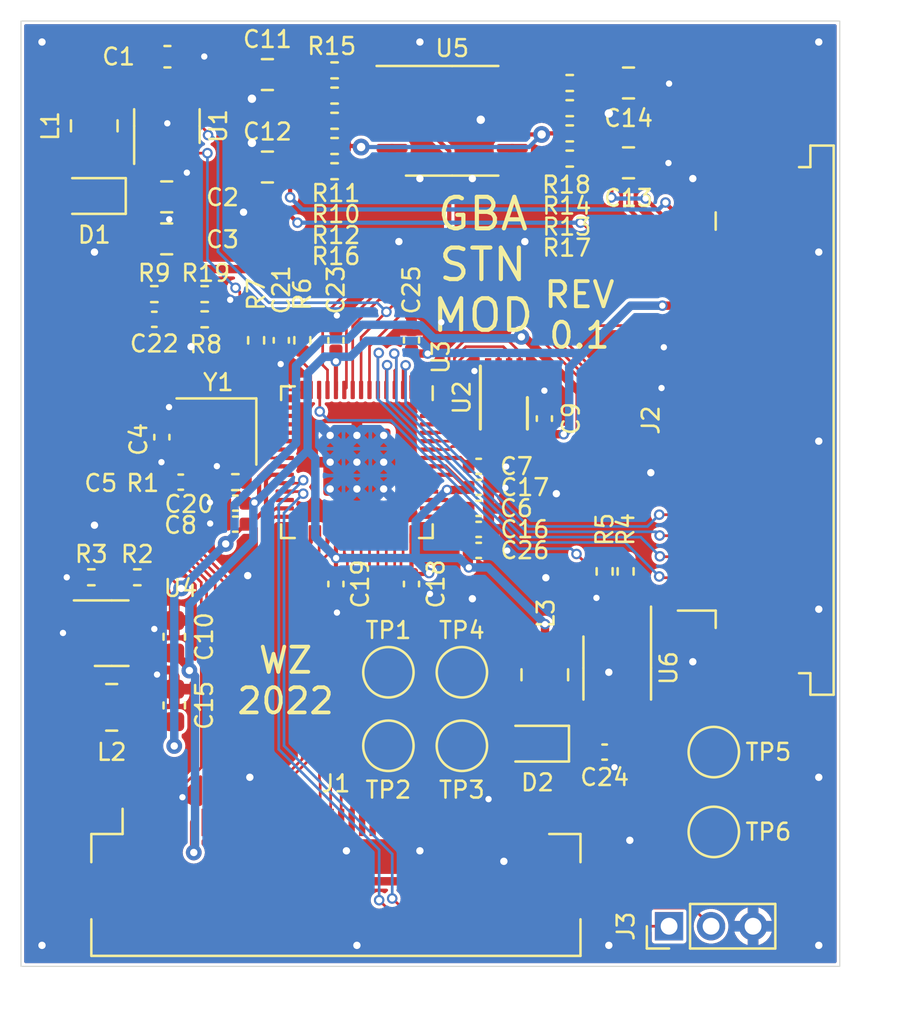
<source format=kicad_pcb>
(kicad_pcb (version 20211014) (generator pcbnew)
  (layers (0 "F.Cu" signal) (31 "B.Cu" signal) (34 "B.Paste" user) (35 "F.Paste" user) (36 "B.SilkS" user "B.Silkscreen") (37 "F.SilkS" user "F.Silkscreen") (38 "B.Mask" user) (39 "F.Mask" user) (44 "Edge.Cuts" user))
  (net 0 "")
  (net 1 "/SWCLK")
  (net 2 "+3V3")
  (net 3 "+5V")
  (net 4 "/VSYNC")
  (net 5 "Net-(D1-Pad2)")
  (net 6 "Net-(D2-Pad2)")
  (net 7 "Net-(R4-Pad1)")
  (net 8 "/RUN")
  (net 9 "GND")
  (net 10 "/VCLK")
  (net 11 "VPP")
  (net 12 "/XIN")
  (net 13 "Net-(C5-Pad1)")
  (net 14 "/LCD_V1")
  (net 15 "/LCD_V2")
  (net 16 "/LCD_V3")
  (net 17 "/LCD_V4")
  (net 18 "/D3")
  (net 19 "/D2")
  (net 20 "/D1")
  (net 21 "/D0")
  (net 22 "/AC")
  (net 23 "/HSYNC")
  (net 24 "/LCD_EN")
  (net 25 "+1V1")
  (net 26 "Net-(R10-Pad2)")
  (net 27 "Net-(R11-Pad2)")
  (net 28 "Net-(R12-Pad2)")
  (net 29 "Net-(R13-Pad2)")
  (net 30 "Net-(R15-Pad2)")
  (net 31 "Net-(R16-Pad2)")
  (net 32 "Net-(R17-Pad2)")
  (net 33 "Net-(R18-Pad2)")
  (net 34 "+1V2")
  (net 35 "Net-(C21-Pad2)")
  (net 36 "Net-(U1-Pad3)")
  (net 37 "Net-(C24-Pad1)")
  (net 40 "/GBA_XCK")
  (net 43 "/GBA_R5")
  (net 44 "/GBA_R4")
  (net 45 "/GBA_R3")
  (net 46 "/GBA_R2")
  (net 47 "/GBA_R1")
  (net 48 "/GBA_G5")
  (net 49 "/GBA_G4")
  (net 50 "/GBA_G3")
  (net 51 "/GBA_G2")
  (net 52 "/GBA_G1")
  (net 54 "/GBA_B5")
  (net 55 "/GBA_B4")
  (net 56 "/GBA_B3")
  (net 57 "/GBA_B2")
  (net 58 "/GBA_B1")
  (net 60 "/GBA_HS")
  (net 61 "/GBA_VS")
  (net 74 "/SWD")
  (net 75 "Net-(L2-Pad1)")
  (net 76 "/XOUT")
  (net 77 "Net-(R2-Pad1)")
  (net 78 "/BL_EN")
  (net 79 "Net-(R5-Pad1)")
  (net 80 "/VPP_PWM")
  (net 81 "Net-(R19-Pad1)")
  (net 82 "/BTN_START")
  (net 83 "/BTN_SEL")
  (net 84 "/BTN_L")
  (net 85 "/BTN_R")
  (net 86 "/ELA")
  (net 87 "/ELB")
  (net 88 "/QSPI_SS")
  (net 89 "/QSPI_SD1")
  (net 90 "/QSPI_SD2")
  (net 91 "/QSPI_SD0")
  (net 92 "/QSPI_SCLK")
  (net 93 "/QSPI_SD3")
  (footprint "Capacitor_SMD:C_0402_1005Metric" (layer "F.Cu") (at 162.8 108.2)
    (fp_text reference "C6")
    (fp_text value "1uF")
  )
  (footprint "Connector_FFC-FPC:TE_1-84953-8_1x18-1MP_P1.0mm_Horizontal" (layer "F.Cu") (at 175 104 90)
    (fp_text reference "J2")
    (fp_text value "Conn_01x18_MountingPin")
  )
  (footprint "Inductor_SMD:L_1008_2520Metric" (layer "F.Cu") (at 144.49 89.99 -90)
    (fp_text reference "L1")
    (fp_text value "10uH")
  )
  (footprint "Resistor_SMD:R_0402_1005Metric" (layer "F.Cu") (at 169.8 111.2 90)
    (fp_text reference "R4")
    (fp_text value "560K")
  )
  (footprint "Resistor_SMD:R_0402_1005Metric" (layer "F.Cu") (at 168.8 111.2 90)
    (fp_text reference "R5")
    (fp_text value "2M")
  )
  (footprint "Capacitor_SMD:C_0805_2012Metric" (layer "F.Cu") (at 147.94 95.37 180)
    (fp_text reference "C3")
    (fp_text value "4.7uF/25V")
  )
  (footprint "footprints:RP2040-QFN-56" (layer "F.Cu") (at 157 106 -90)
    (fp_text reference "U3")
    (fp_text value "RP2040")
  )
  (footprint "Resistor_SMD:R_0402_1005Metric" (layer "F.Cu") (at 147.35 98 180)
    (fp_text reference "R9")
    (fp_text value "330K/1%")
  )
  (footprint "TestPoint:TestPoint_Pad_D2.0mm" (layer "F.Cu") (at 162 116)
    (fp_text reference "TP4")
    (fp_text value "TestPoint")
  )
  (footprint "TestPoint:TestPoint_Pad_D2.0mm" (layer "F.Cu") (at 158.5 119.5)
    (fp_text reference "TP2")
    (fp_text value "TestPoint")
  )
  (footprint "Resistor_SMD:R_0402_1005Metric" (layer "F.Cu") (at 146.54 111.48)
    (fp_text reference "R2")
    (fp_text value "10K")
  )
  (footprint "Capacitor_SMD:C_0402_1005Metric" (layer "F.Cu") (at 148.61 106.95 180)
    (fp_text reference "C5")
    (fp_text value "18pF")
  )
  (footprint "Capacitor_SMD:C_0402_1005Metric" (layer "F.Cu") (at 147.35 99.2 180)
    (fp_text reference "C22")
    (fp_text value "220pF")
  )
  (footprint "Resistor_SMD:R_0402_1005Metric" (layer "F.Cu") (at 167.1375 91.55 180)
    (fp_text reference "R17")
    (fp_text value "10")
  )
  (footprint "Capacitor_SMD:C_0603_1608Metric" (layer "F.Cu") (at 148.3 114.31 -90)
    (fp_text reference "C10")
    (fp_text value "10uF")
  )
  (footprint "TestPoint:TestPoint_Pad_D2.0mm" (layer "F.Cu") (at 158.5 116)
    (fp_text reference "TP1")
    (fp_text value "TestPoint")
  )
  (footprint "Inductor_SMD:L_1008_2520Metric" (layer "F.Cu") (at 165.95 116.12 -90)
    (fp_text reference "L3")
    (fp_text value "220uH")
  )
  (footprint "Capacitor_SMD:C_0805_2012Metric" (layer "F.Cu") (at 152.7375 91.95)
    (fp_text reference "C12")
    (fp_text value "4.7uF/25V")
  )
  (footprint "Capacitor_SMD:C_0402_1005Metric" (layer "F.Cu") (at 162.8 106.2)
    (fp_text reference "C7")
    (fp_text value "100nF")
  )
  (footprint "Resistor_SMD:R_0402_1005Metric" (layer "F.Cu") (at 167.1375 89.15)
    (fp_text reference "R14")
    (fp_text value "10K")
  )
  (footprint "TestPoint:TestPoint_Pad_D2.0mm" (layer "F.Cu") (at 174 119.8)
    (fp_text reference "TP5")
    (fp_text value "TestPoint")
  )
  (footprint "Capacitor_SMD:C_0402_1005Metric" (layer "F.Cu") (at 162.8 107.2)
    (fp_text reference "C17")
    (fp_text value "100nF")
  )
  (footprint "Resistor_SMD:R_0402_1005Metric" (layer "F.Cu") (at 152.2 100.2 90)
    (fp_text reference "R7")
    (fp_text value "47K")
  )
  (footprint "Resistor_SMD:R_0402_1005Metric" (layer "F.Cu") (at 155.9375 87.35)
    (fp_text reference "R15")
    (fp_text value "10")
  )
  (footprint "Connector_PinHeader_2.00mm:PinHeader_1x03_P2.00mm_Vertical" (layer "F.Cu") (at 171.87 128.09 90)
    (fp_text reference "J3")
    (fp_text value "Conn_01x03")
  )
  (footprint "Resistor_SMD:R_0402_1005Metric" (layer "F.Cu") (at 155.9375 92.15)
    (fp_text reference "R16")
    (fp_text value "10")
  )
  (footprint "Package_SO:TSSOP-14_4.4x5mm_P0.65mm" (layer "F.Cu") (at 161.5375 89.75)
    (fp_text reference "U5")
    (fp_text value "LM324")
  )
  (footprint "Resistor_SMD:R_0402_1005Metric" (layer "F.Cu") (at 155.9375 88.55 180)
    (fp_text reference "R11")
    (fp_text value "10K")
  )
  (footprint "Resistor_SMD:R_0402_1005Metric" (layer "F.Cu") (at 155.9375 89.75 180)
    (fp_text reference "R10")
    (fp_text value "10K")
  )
  (footprint "Connector_FFC-FPC:Hirose_FH12-40S-0.5SH_1x40-1MP_P0.50mm_Horizontal" (layer "F.Cu") (at 156 125)
    (fp_text reference "J1")
    (fp_text value "Conn_01x40_MountingPin")
  )
  (footprint "Oscillator:Oscillator_SMD_Abracon_ASE-4Pin_3.2x2.5mm" (layer "F.Cu") (at 150.31 104.54 180)
    (fp_text reference "Y1")
    (fp_text value "12MHz")
  )
  (footprint "Diode_SMD:D_SOD-323" (layer "F.Cu") (at 165.6 119.4 180)
    (fp_text reference "D2")
    (fp_text value "MBR0530")
  )
  (footprint "Resistor_SMD:R_0402_1005Metric" (layer "F.Cu") (at 149.75 98)
    (fp_text reference "R19")
    (fp_text value "18K/1%")
  )
  (footprint "Capacitor_SMD:C_0402_1005Metric" (layer "F.Cu") (at 156 111.8 -90)
    (fp_text reference "C19")
    (fp_text value "100nF")
  )
  (footprint "Package_DFN_QFN:DFN-8-1EP_3x2mm_P0.5mm_EP1.36x1.46mm" (layer "F.Cu") (at 164 102.925 -90)
    (fp_text reference "U2")
    (fp_text value "FM25Q04-DN-T-G")
  )
  (footprint "Resistor_SMD:R_0402_1005Metric" (layer "F.Cu") (at 167.1375 87.95 180)
    (fp_text reference "R18")
    (fp_text value "10")
  )
  (footprint "Capacitor_SMD:C_0402_1005Metric" (layer "F.Cu") (at 162.8 109.2)
    (fp_text reference "C16")
    (fp_text value "1uF")
  )
  (footprint "Diode_SMD:D_SOD-323" (layer "F.Cu") (at 144.49 93.33 180)
    (fp_text reference "D1")
    (fp_text value "MBR0530")
  )
  (footprint "TestPoint:TestPoint_Pad_D2.0mm" (layer "F.Cu") (at 162 119.5)
    (fp_text reference "TP3")
    (fp_text value "TestPoint")
  )
  (footprint "Capacitor_SMD:C_0402_1005Metric" (layer "F.Cu") (at 165.93 103.925 90)
    (fp_text reference "C9")
    (fp_text value "100nF")
  )
  (footprint "Resistor_SMD:R_0402_1005Metric" (layer "F.Cu") (at 149.75 99.2 180)
    (fp_text reference "R8")
    (fp_text value "4.7K")
  )
  (footprint "Capacitor_SMD:C_0603_1608Metric" (layer "F.Cu") (at 148.3 117.58 -90)
    (fp_text reference "C15")
    (fp_text value "10uF")
  )
  (footprint "Capacitor_SMD:C_0402_1005Metric" (layer "F.Cu") (at 153.4 100.2 90)
    (fp_text reference "C21")
    (fp_text value "1uF")
  )
  (footprint "Capacitor_SMD:C_0402_1005Metric" (layer "F.Cu") (at 159.6 100.2 90)
    (fp_text reference "C25")
    (fp_text value "100nF")
  )
  (footprint "Resistor_SMD:R_0402_1005Metric" (layer "F.Cu") (at 154.4 100.2 -90)
    (fp_text reference "R6")
    (fp_text value "10K")
  )
  (footprint "Capacitor_SMD:C_0603_1608Metric" (layer "F.Cu") (at 147.975 86.7 180)
    (fp_text reference "C1")
    (fp_text value "10uF")
  )
  (footprint "Capacitor_SMD:C_0402_1005Metric" (layer "F.Cu") (at 151.21 108.95 180)
    (fp_text reference "C8")
    (fp_text value "100nF")
  )
  (footprint "Package_TO_SOT_SMD:TSOT-23-5" (layer "F.Cu") (at 145.32 114.14)
    (fp_text reference "U4")
    (fp_text value "SY8008")
  )
  (footprint "Capacitor_SMD:C_0805_2012Metric" (layer "F.Cu") (at 147.94 93.37 180)
    (fp_text reference "C2")
    (fp_text value "4.7uF/25V")
  )
  (footprint "Resistor_SMD:R_0402_1005Metric" (layer "F.Cu") (at 151.21 106.95 180)
    (fp_text reference "R1")
    (fp_text value "1K")
  )
  (footprint "TestPoint:TestPoint_Pad_D2.0mm" (layer "F.Cu") (at 174 123.6)
    (fp_text reference "TP6")
    (fp_text value "TestPoint")
  )
  (footprint "Capacitor_SMD:C_0805_2012Metric" (layer "F.Cu") (at 169.9375 87.95 180)
    (fp_text reference "C14")
    (fp_text value "4.7uF/25V")
  )
  (footprint "Capacitor_SMD:C_0402_1005Metric" (layer "F.Cu") (at 151.21 107.95 180)
    (fp_text reference "C20")
    (fp_text value "100nF")
  )
  (footprint "Capacitor_SMD:C_0402_1005Metric" (layer "F.Cu") (at 168.8 119.8)
    (fp_text reference "C24")
    (fp_text value "3.3nF/100V")
  )
  (footprint "Resistor_SMD:R_0402_1005Metric" (layer "F.Cu") (at 167.1375 90.35)
    (fp_text reference "R13")
    (fp_text value "10K")
  )
  (footprint "Capacitor_SMD:C_0402_1005Metric" (layer "F.Cu") (at 159.6 111.8 -90)
    (fp_text reference "C18")
    (fp_text value "100nF")
  )
  (footprint "Resistor_SMD:R_0402_1005Metric" (layer "F.Cu") (at 155.9375 90.95)
    (fp_text reference "R12")
    (fp_text value "75K")
  )
  (footprint "Capacitor_SMD:C_0402_1005Metric" (layer "F.Cu") (at 156 100.2 90)
    (fp_text reference "C23")
    (fp_text value "100nF")
  )
  (footprint "Capacitor_SMD:C_0805_2012Metric" (layer "F.Cu") (at 169.9375 91.75 180)
    (fp_text reference "C13")
    (fp_text value "4.7uF/25V")
  )
  (footprint "Package_SO:MSOP-8_3x3mm_P0.65mm" (layer "F.Cu") (at 169.4 115.8 -90)
    (fp_text reference "U6")
    (fp_text value "HV857")
  )
  (footprint "Capacitor_SMD:C_0805_2012Metric" (layer "F.Cu") (at 152.7375 87.55)
    (fp_text reference "C11")
    (fp_text value "4.7uF/25V")
  )
  (footprint "Capacitor_SMD:C_0402_1005Metric" (layer "F.Cu") (at 162.8 110.2)
    (fp_text reference "C26")
    (fp_text value "100nF")
  )
  (footprint "Resistor_SMD:R_0402_1005Metric" (layer "F.Cu") (at 144.35 111.48)
    (fp_text reference "R3")
    (fp_text value "10K")
  )
  (footprint "Inductor_SMD:L_1008_2520Metric" (layer "F.Cu") (at 145.32 117.67)
    (fp_text reference "L2")
    (fp_text value "4.7uH")
  )
  (footprint "Capacitor_SMD:C_0402_1005Metric" (layer "F.Cu") (at 147.71 104.81 -90)
    (fp_text reference "C4")
    (fp_text value "18pF")
  )
  (footprint "Package_TO_SOT_SMD:TSOT-23-5" (layer "F.Cu") (at 147.95 90 90)
    (fp_text reference "U1")
    (fp_text value "AP3015")
  )
  (gr_rect (start 141 85) (end 180 130) (layer "Edge.Cuts") (width 0.05) (fill none))
  (gr_text "WZ\n2022" (at 153.6 116.4) (layer "F.SilkS") (effects (font (size 1.2 1.2) (thickness 0.18))))
  (gr_text "GBA\nSTN\nMOD" (at 163 96.6) (layer "F.SilkS") (effects (font (size 1.5 1.5) (thickness 0.2))))
  (gr_text "REV\n0.1" (at 167.6 99) (layer "F.SilkS") (effects (font (size 1.2 1.2) (thickness 0.18))))
  (segment (start 154.3035 107) (end 154.4435 106.86) (width 0.127) (layer "F.Cu") (net 1))
  (segment (start 158.06 126.85) (end 159.3 128.09) (width 0.127) (layer "F.Cu") (net 1))
  (segment (start 159.3 128.09) (end 171.87 128.09) (width 0.127) (layer "F.Cu") (net 1))
  (segment (start 153.5625 107) (end 154.3035 107) (width 0.127) (layer "F.Cu") (net 1))
  (via (at 154.4435 106.86) (size 0.5) (drill 0.3) (layers "F.Cu" "B.Cu") (net 1))
  (via (at 158.06 126.85) (size 0.5) (drill 0.3) (layers "F.Cu" "B.Cu") (net 1))
  (segment (start 158.06 124.45) (end 153.27648 119.66648) (width 0.127) (layer "B.Cu") (net 1))
  (segment (start 158.06 126.85) (end 158.06 124.45) (width 0.127) (layer "B.Cu") (net 1))
  (segment (start 153.27648 119.66648) (end 153.27648 108.02702) (width 0.127) (layer "B.Cu") (net 1))
  (segment (start 153.27648 108.02702) (end 154.4435 106.86) (width 0.127) (layer "B.Cu") (net 1))
  (segment (start 159.75 100.83) (end 159.6 100.68) (width 0.4) (layer "F.Cu") (net 2))
  (segment (start 148.3 115.085) (end 146.4625 115.085) (width 0.4) (layer "F.Cu") (net 2))
  (segment (start 161.61 106.6) (end 161.99 106.98) (width 0.2) (layer "F.Cu") (net 2))
  (segment (start 144.98 113.19) (end 145.37 113.58) (width 0.2) (layer "F.Cu") (net 2))
  (segment (start 162.21 107.2) (end 162.32 107.2) (width 0.2) (layer "F.Cu") (net 2))
  (segment (start 160.37 100.83) (end 159.75 100.83) (width 0.4) (layer "F.Cu") (net 2))
  (segment (start 162.33 110.21) (end 162.32 110.2) (width 0.4) (layer "F.Cu") (net 2))
  (segment (start 160.4375 106.2) (end 161.21 106.2) (width 0.2) (layer "F.Cu") (net 2))
  (segment (start 162.196378 107.323622) (end 162.32 107.2) (width 0.4) (layer "F.Cu") (net 2))
  (segment (start 161.290827 107.323622) (end 162.196378 107.323622) (width 0.4) (layer "F.Cu") (net 2))
  (segment (start 159.6 109.4375) (end 159.6 111.32) (width 0.2) (layer "F.Cu") (net 2))
  (segment (start 160.4375 106.6) (end 161.61 106.6) (width 0.2) (layer "F.Cu") (net 2))
  (segment (start 161.04 108.2) (end 162.04 109.2) (width 0.2) (layer "F.Cu") (net 2))
  (segment (start 165.96 113.71) (end 165.96 115.035) (width 0.4) (layer "F.Cu") (net 2))
  (segment (start 160.4 111.32) (end 160.44 111.28) (width 0.2) (layer "F.Cu") (net 2))
  (segment (start 170.375 114.775) (end 170.375 113.6875) (width 0.4) (layer "F.Cu") (net 2))
  (segment (start 165.91 104.425) (end 165.93 104.405) (width 0.2) (layer "F.Cu") (net 2))
  (segment (start 170.105 115.045) (end 170.375 114.775) (width 0.4) (layer "F.Cu") (net 2))
  (segment (start 145.37 114.46) (end 146 115.09) (width 0.2) (layer "F.Cu") (net 2))
  (segment (start 159.6 111.32) (end 160.4 111.32) (width 0.2) (layer "F.Cu") (net 2))
  (segment (start 165.96 115.035) (end 165.95 115.045) (width 0.4) (layer "F.Cu") (net 2))
  (segment (start 146 115.09) (end 146.4575 115.09) (width 0.2) (layer "F.Cu") (net 2))
  (segment (start 159.6 102.5625) (end 159.6 101.92) (width 0.2) (layer "F.Cu") (net 2))
  (segment (start 160.82 108.6) (end 162.32 110.1) (width 0.2) (layer "F.Cu") (net 2))
  (segment (start 159.85 100.93) (end 159.6 100.68) (width 0.2) (layer "F.Cu") (net 2))
  (segment (start 146.4625 115.085) (end 146.4575 115.09) (width 0.4) (layer "F.Cu") (net 2))
  (segment (start 166.85 104.67) (end 165.94 104.67) (width 0.4) (layer "F.Cu") (net 2))
  (segment (start 164.75 104.425) (end 165.91 104.425) (width 0.2) (layer "F.Cu") (net 2))
  (segment (start 145.37 113.58) (end 145.37 114.46) (width 0.2) (layer "F.Cu") (net 2))
  (segment (start 152.34348 107.70652) (end 152.1 107.95) (width 0.2) (layer "F.Cu") (net 2))
  (segment (start 149.25 124.56) (end 149.23 124.58) (width 0.4) (layer "F.Cu") (net 2))
  (segment (start 161.99 106.98) (end 162.21 107.2) (width 0.2) (layer "F.Cu") (net 2))
  (segment (start 162.04 109.2) (end 162.32 109.2) (width 0.2) (layer "F.Cu") (net 2))
  (segment (start 160.4375 108.6) (end 160.82 108.6) (width 0.2) (layer "F.Cu") (net 2))
  (segment (start 159.6 101.92) (end 159.85 101.67) (width 0.2) (layer "F.Cu") (net 2))
  (segment (start 149.02148 115.92) (end 149.02148 115.80648) (width 0.4) (layer "F.Cu") (net 2))
  (segment (start 149.02148 115.80648) (end 148.3 115.085) (width 0.4) (layer "F.Cu") (net 2))
  (segment (start 171.55 98.55) (end 173.15 98.55) (width 0.4) (layer "F.Cu") (net 2))
  (segment (start 173.15 98.55) (end 173.2 98.5) (width 0.4) (layer "F.Cu") (net 2))
  (segment (start 165.95 115.045) (end 170.105 115.045) (width 0.4) (layer "F.Cu") (net 2))
  (segment (start 161.21 106.2) (end 161.99 106.98) (width 0.2) (layer "F.Cu") (net 2))
  (segment (start 156 109.4375) (end 156 111.32) (width 0.2) (layer "F.Cu") (net 2))
  (segment (start 162.33 111.01) (end 162.33 110.21) (width 0.4) (layer "F.Cu") (net 2))
  (segment (start 144.1825 113.19) (end 144.98 113.19) (width 0.2) (layer "F.Cu") (net 2))
  (segment (start 152.1 107.95) (end 151.69 107.95) (width 0.2) (layer "F.Cu") (net 2))
  (segment (start 152.34348 106.696017) (end 152.34348 107.70652) (width 0.2) (layer "F.Cu") (net 2))
  (segment (start 159.85 101.67) (end 159.85 100.93) (width 0.2) (layer "F.Cu") (net 2))
  (segment (start 156 102.5625) (end 156 101.2) (width 0.2) (layer "F.Cu") (net 2))
  (segment (start 156 101.2) (end 156 100.68) (width 0.2) (layer "F.Cu") (net 2))
  (segment (start 162.32 110.1) (end 162.32 110.2) (width 0.2) (layer "F.Cu") (net 2))
  (segment (start 160.4375 108.2) (end 161.04 108.2) (width 0.2) (layer "F.Cu") (net 2))
  (segment (start 153.5625 106.2) (end 152.839496 106.2) (width 0.2) (layer "F.Cu") (net 2))
  (segment (start 149.25 123.15) (end 149.25 124.56) (width 0.4) (layer "F.Cu") (net 2))
  (segment (start 162.32 110.2) (end 162.32 109.2) (width 0.2) (layer "F.Cu") (net 2))
  (segment (start 152.839496 106.2) (end 152.34348 106.696017) (width 0.2) (layer "F.Cu") (net 2))
  (via (at 156.00853 110.563412) (size 0.5) (drill 0.3) (layers "F.Cu" "B.Cu") (net 2))
  (via (at 162.33 111.01) (size 0.5) (drill 0.3) (layers "F.Cu" "B.Cu") (net 2))
  (via (at 149.23 124.58) (size 0.75) (drill 0.35) (layers "F.Cu" "B.Cu") (net 2))
  (via (at 171.55 98.55) (size 0.5) (drill 0.3) (layers "F.Cu" "B.Cu") (net 2))
  (via (at 160.37 100.83) (size 0.5) (drill 0.3) (layers "F.Cu" "B.Cu") (net 2))
  (via (at 166.85 104.67) (size 0.5) (drill 0.3) (layers "F.Cu" "B.Cu") (net 2))
  (via (at 160.44 111.28) (size 0.5) (drill 0.3) (layers "F.Cu" "B.Cu") (net 2))
  (via (at 152.12 107.92) (size 0.5) (drill 0.3) (layers "F.Cu" "B.Cu") (net 2))
  (via (at 156 101.2) (size 0.5) (drill 0.3) (layers "F.Cu" "B.Cu") (net 2))
  (via (at 149.02148 115.92) (size 0.75) (drill 0.35) (layers "F.Cu" "B.Cu") (net 2))
  (via (at 165.96 113.71) (size 0.5) (drill 0.3) (layers "F.Cu" "B.Cu") (net 2))
  (via (at 161.290827 107.323622) (size 0.5) (drill 0.3) (layers "F.Cu" "B.Cu") (net 2))
  (segment (start 149.29 116.18852) (end 149.29 124.52) (width 0.4) (layer "B.Cu") (net 2))
  (segment (start 155.93502 101.13502) (end 156 101.2) (width 0.4) (layer "B.Cu") (net 2))
  (segment (start 159.723412 110.563412) (end 156.00853 110.563412) (width 0.4) (layer "B.Cu") (net 2))
  (segment (start 156.699551 100.980449) (end 157.37 100.31) (width 0.4) (layer "B.Cu") (net 2))
  (segment (start 155.439551 100.980449) (end 155.93502 100.980449) (width 0.4) (layer "B.Cu") (net 2))
  (segment (start 159.8 108.814449) (end 161.290827 107.323622) (width 0.4) (layer "B.Cu") (net 2))
  (segment (start 167.11 101.49) (end 167.11 104.41) (width 0.4) (layer "B.Cu") (net 2))
  (segment (start 155.02 105.813022) (end 154.653489 105.446511) (width 0.4) (layer "B.Cu") (net 2))
  (segment (start 159.8 110.64) (end 159.723412 110.563412) (width 0.4) (layer "B.Cu") (net 2))
  (segment (start 152.18 107.92) (end 154.653489 105.446511) (width 0.4) (layer "B.Cu") (net 2))
  (segment (start 149.02148 115.92) (end 149.02148 112.76852) (width 0.4) (layer "B.Cu") (net 2))
  (segment (start 157.37 100.31) (end 157.456511 100.223489) (width 0.4) (layer "B.Cu") (net 2))
  (segment (start 154.653489 101.766511) (end 155.439551 100.980449) (width 0.4) (layer "B.Cu") (net 2))
  (segment (start 170.05 98.55) (end 167.11 101.49) (width 0.4) (layer "B.Cu") (net 2))
  (segment (start 161.883412 110.563412) (end 162.33 111.01) (width 0.4) (layer "B.Cu") (net 2))
  (segment (start 154.653489 105.446511) (end 154.653489 101.766511) (width 0.4) (layer "B.Cu") (net 2))
  (segment (start 152.0685 109.7215) (end 152.0685 107.9715) (width 0.4) (layer "B.Cu") (net 2))
  (segment (start 149.29 124.52) (end 149.23 124.58) (width 0.4) (layer "B.Cu") (net 2))
  (segment (start 156.00853 110.563412) (end 155.02 109.574882) (width 0.4) (layer "B.Cu") (net 2))
  (segment (start 167.11 104.41) (end 166.85 104.67) (width 0.4) (layer "B.Cu") (net 2))
  (segment (start 149.02148 115.92) (end 149.29 116.18852) (width 0.4) (layer "B.Cu") (net 2))
  (segment (start 163.26 111.01) (end 165.96 113.71) (width 0.4) (layer "B.Cu") (net 2))
  (segment (start 171.55 98.55) (end 170.05 98.55) (width 0.4) (layer "B.Cu") (net 2))
  (segment (start 160.37 100.56) (end 160.37 100.83) (width 0.4) (layer "B.Cu") (net 2))
  (segment (start 149.02148 112.76852) (end 152.0685 109.7215) (width 0.4) (layer "B.Cu") (net 2))
  (segment (start 170.03 98.55) (end 171.55 98.55) (width 0.4) (layer "B.Cu") (net 2))
  (segment (start 155.02 109.574882) (end 155.02 105.813022) (width 0.4) (layer "B.Cu") (net 2))
  (segment (start 162.33 111.01) (end 163.26 111.01) (width 0.4) (layer "B.Cu") (net 2))
  (segment (start 160.033489 100.223489) (end 160.37 100.56) (width 0.4) (layer "B.Cu") (net 2))
  (segment (start 155.93502 100.980449) (end 155.93502 101.13502) (width 0.4) (layer "B.Cu") (net 2))
  (segment (start 152.0685 107.9715) (end 152.12 107.92) (width 0.4) (layer "B.Cu") (net 2))
  (segment (start 160.61 100.8) (end 167.78 100.8) (width 0.4) (layer "B.Cu") (net 2))
  (segment (start 167.78 100.8) (end 170.03 98.55) (width 0.4) (layer "B.Cu") (net 2))
  (segment (start 155.439551 100.980449) (end 156.699551 100.980449) (width 0.4) (layer "B.Cu") (net 2))
  (segment (start 160.033489 100.223489) (end 160.61 100.8) (width 0.4) (layer "B.Cu") (net 2))
  (segment (start 159.8 110.64) (end 159.8 108.814449) (width 0.4) (layer "B.Cu") (net 2))
  (segment (start 159.723412 110.563412) (end 161.883412 110.563412) (width 0.4) (layer "B.Cu") (net 2))
  (segment (start 152.12 107.92) (end 152.18 107.92) (width 0.4) (layer "B.Cu") (net 2))
  (segment (start 160.44 111.28) (end 159.8 110.64) (width 0.4) (layer "B.Cu") (net 2))
  (segment (start 157.456511 100.223489) (end 160.033489 100.223489) (width 0.4) (layer "B.Cu") (net 2))
  (segment (start 144.5425 88.8625) (end 144.49 88.915) (width 0.4) (layer "F.Cu") (net 3))
  (segment (start 147 88.8625) (end 144.5425 88.8625) (width 0.4) (layer "F.Cu") (net 3))
  (segment (start 162.75 124.55) (end 161.35 125.95) (width 0.4) (layer "F.Cu") (net 3))
  (segment (start 146.96 125.95) (end 142.19 121.18) (width 0.4) (layer "F.Cu") (net 3))
  (segment (start 147.2 86.7) (end 147 86.9) (width 0.4) (layer "F.Cu") (net 3))
  (segment (start 161.35 125.95) (end 146.96 125.95) (width 0.4) (layer "F.Cu") (net 3))
  (segment (start 162.75 123.15) (end 162.75 124.55) (width 0.4) (layer "F.Cu") (net 3))
  (segment (start 147 86.9) (end 147 88.8625) (width 0.4) (layer "F.Cu") (net 3))
  (segment (start 142.19 87.84) (end 143.33 86.7) (width 0.4) (layer "F.Cu") (net 3))
  (segment (start 142.19 121.18) (end 142.19 87.84) (width 0.4) (layer "F.Cu") (net 3))
  (segment (start 143.33 86.7) (end 147.2 86.7) (width 0.4) (layer "F.Cu") (net 3))
  (segment (start 166.54 99.5) (end 164.79944 97.75944) (width 0.127) (layer "F.Cu") (net 4))
  (segment (start 155.37 99.07) (end 155.37 101.38) (width 0.127) (layer "F.Cu") (net 4))
  (segment (start 155.37 101.38) (end 155.6 101.61) (width 0.127) (layer "F.Cu") (net 4))
  (segment (start 164.79944 97.75944) (end 156.68056 97.75944) (width 0.127) (layer "F.Cu") (net 4))
  (segment (start 155.6 101.61) (end 155.6 102.5625) (width 0.127) (layer "F.Cu") (net 4))
  (segment (start 173.2 99.5) (end 166.54 99.5) (width 0.127) (layer "F.Cu") (net 4))
  (segment (start 156.68056 97.75944) (end 155.37 99.07) (width 0.127) (layer "F.Cu") (net 4))
  (segment (start 144.49 91.065) (end 143.44 92.115) (width 0.4) (layer "F.Cu") (net 5))
  (segment (start 147 91.1375) (end 144.5625 91.1375) (width 0.4) (layer "F.Cu") (net 5))
  (segment (start 143.44 92.115) (end 143.44 93.33) (width 0.4) (layer "F.Cu") (net 5))
  (segment (start 144.5625 91.1375) (end 144.49 91.065) (width 0.4) (layer "F.Cu") (net 5))
  (segment (start 165.4 117.15) (end 165.4 118.55) (width 0.4) (layer "F.Cu") (net 6))
  (segment (start 168.425 117.9125) (end 166.1625 117.9125) (width 0.4) (layer "F.Cu") (net 6))
  (segment (start 165.4 118.55) (end 164.55 119.4) (width 0.4) (layer "F.Cu") (net 6))
  (segment (start 166.1625 117.9125) (end 165.4 117.15) (width 0.4) (layer "F.Cu") (net 6))
  (segment (start 169.725 111.785) (end 169.8 111.71) (width 0.127) (layer "F.Cu") (net 7))
  (segment (start 169.725 113.6875) (end 169.725 111.785) (width 0.127) (layer "F.Cu") (net 7))
  (segment (start 173.2 102.5) (end 171.54 102.5) (width 0.127) (layer "F.Cu") (net 9))
  (segment (start 171.83 91.75) (end 171.84 91.76) (width 0.127) (layer "F.Cu") (net 9))
  (segment (start 171.84 87.95) (end 171.87 87.98) (width 0.127) (layer "F.Cu") (net 9))
  (segment (start 164.4 89.75) (end 162.95 89.75) (width 0.2) (layer "F.Cu") (net 9))
  (segment (start 147.95 91.1375) (end 147.95 89.89) (width 0.127) (layer "F.Cu") (net 9))
  (segment (start 164.05 107.2) (end 164.07 107.22) (width 0.127) (layer "F.Cu") (net 9))
  (segment (start 148.3 116.805) (end 148.175 116.805) (width 0.127) (layer "F.Cu") (net 9))
  (segment (start 156 112.28) (end 156 113.11) (width 0.127) (layer "F.Cu") (net 9))
  (segment (start 151.9625 88.6625) (end 152 88.7) (width 0.4) (layer "F.Cu") (net 9))
  (segment (start 148.06 94.54) (end 148.06 94.44) (width 0.127) (layer "F.Cu") (net 9))
  (segment (start 148.89 92.23) (end 148.9 92.22) (width 0.127) (layer "F.Cu") (net 9))
  (segment (start 149.72 86.7) (end 149.73 86.69) (width 0.127) (layer "F.Cu") (net 9))
  (segment (start 164.1 106.2) (end 164.11 106.21) (width 0.127) (layer "F.Cu") (net 9))
  (segment (start 148.385 103.715) (end 148.05 103.38) (width 0.127) (layer "F.Cu") (net 9))
  (segment (start 148.89 95.37) (end 148.06 94.54) (width 0.127) (layer "F.Cu") (net 9))
  (segment (start 148.75 86.7) (end 149.72 86.7) (width 0.127) (layer "F.Cu") (net 9))
  (segment (start 148.3 113.535) (end 147.755 113.535) (width 0.127) (layer "F.Cu") (net 9))
  (segment (start 169.28 119.8) (end 169.28 120.51) (width 0.127) (layer "F.Cu") (net 9))
  (segment (start 151.9625 91.95) (end 151.9625 90.8375) (width 0.4) (layer "F.Cu") (net 9))
  (segment (start 171.54 102.5) (end 171.51 102.47) (width 0.127) (layer "F.Cu") (net 9))
  (segment (start 150.04 108.95) (end 150.01 108.92) (width 0.127) (layer "F.Cu") (net 9))
  (segment (start 147.755 113.535) (end 147.35 113.94) (width 0.127) (layer "F.Cu") (net 9))
  (segment (start 163.25 122.06) (end 163.27 122.04) (width 0.127) (layer "F.Cu") (net 9))
  (segment (start 150.26 98) (end 150.692522 98) (width 0.127) (layer "F.Cu") (net 9))
  (segment (start 161.02 99.34) (end 160.64 99.72) (width 0.127) (layer "F.Cu") (net 9))
  (segment (start 143.84 111.48) (end 143.18 111.48) (width 0.127) (layer "F.Cu") (net 9))
  (segment (start 149.26 103.715) (end 148.385 103.715) (width 0.127) (layer "F.Cu") (net 9))
  (segment (start 143.01 114.14) (end 143 114.13) (width 0.2) (layer "F.Cu") (net 9))
  (segment (start 156.046127 99.016127) (end 156 99.062254) (width 0.127) (layer "F.Cu") (net 9))
  (segment (start 153.37 101.33) (end 153.4 101.3) (width 0.127) (layer "F.Cu") (net 9))
  (segment (start 163.28 108.2) (end 163.28 107.2) (width 0.127) (layer "F.Cu") (net 9))
  (segment (start 148.175 116.805) (end 147.48 116.11) (width 0.127) (layer "F.Cu") (net 9))
  (segment (start 169 89.4) (end 168.75 89.15) (width 0.4) (layer "F.Cu") (net 9))
  (segment (start 163.28 106.2) (end 164.1 106.2) (width 0.127) (layer "F.Cu") (net 9))
  (segment (start 163.28 107.2) (end 164.05 107.2) (width 0.127) (layer "F.Cu") (net 9))
  (segment (start 151.36 105.365) (end 151.155 105.365) (width 0.127) (layer "F.Cu") (net 9))
  (segment (start 163.25 101.7) (end 162.64 101.7) (width 0.127) (layer "F.Cu") (net 9))
  (segment (start 163.28 110.2) (end 164.15 110.2) (width 0.127) (layer "F.Cu") (net 9))
  (segment (start 159.6 112.28) (end 160.47 112.28) (width 0.127) (layer "F.Cu") (net 9))
  (segment (start 151.155 105.365) (end 150.33 106.19) (width 0.127) (layer "F.Cu") (net 9))
  (segment (start 150.03 107.95) (end 150 107.92) (width 0.127) (layer "F.Cu") (net 9))
  (segment (start 150.692522 98) (end 150.964606 98.272084) (width 0.127) (layer "F.Cu") (net 9))
  (segment (start 171.65 100.5) (end 171.62 100.53) (width 0.127) (layer "F.Cu") (net 9))
  (segment (start 162.95 89.75) (end 162.9 89.7) (width 0.2) (layer "F.Cu") (net 9))
  (segment (start 168.75 89.15) (end 167.6475 89.15) (width 0.4) (layer "F.Cu") (net 9))
  (segment (start 148.89 93.37) (end 148.89 92.23) (width 0.127) (layer "F.Cu") (net 9))
  (segment (start 150.73 107.95) (end 150.03 107.95) (width 0.127) (layer "F.Cu") (net 9))
  (segment (start 168.425 112.475) (end 168.41 112.46) (width 0.127) (layer "F.Cu") (net 9))
  (segment (start 170.8875 91.75) (end 171.83 91.75) (width 0.127) (layer "F.Cu") (net 9))
  (segment (start 163.25 123.15) (end 163.25 122.06) (width 0.127) (layer "F.Cu") (net 9))
  (segment (start 164.15 110.2) (end 164.16 110.21) (width 0.127) (layer "F.Cu") (net 9))
  (segment (start 168.425 113.6875) (end 168.425 112.475) (width 0.127) (layer "F.Cu") (net 9))
  (segment (start 169.28 120.51) (end 169.27 120.52) (width 0.127) (layer "F.Cu") (net 9))
  (segment (start 144.1825 114.14) (end 143.01 114.14) (width 0.2) (layer "F.Cu") (net 9))
  (segment (start 151.9625 90.8375) (end 152 90.8) (width 0.4) (layer "F.Cu") (net 9))
  (segment (start 147.71 105.98) (end 147.69 106) (width 0.127) (layer "F.Cu") (net 9))
  (segment (start 170.8875 87.95) (end 171.84 87.95) (width 0.127) (layer "F.Cu") (net 9))
  (segment (start 156 99.062254) (end 156 99.72) (width 0.127) (layer "F.Cu") (net 9))
  (segment (start 165.93 103.445) (end 165.93 102.595) (width 0.127) (layer "F.Cu") (net 9))
  (segment (start 148.75 123.15) (end 148.75 122.01) (width 0.127) (layer "F.Cu") (net 9))
  (segment (start 160.64 99.72) (end 159.6 99.72) (width 0.127) (layer "F.Cu") (net 9))
  (segment (start 147.95 89.89) (end 147.97 89.87) (width 0.127) (layer "F.Cu") (net 9))
  (segment (start 156 113.11) (end 156.05 113.16) (width 0.127) (layer "F.Cu") (net 9))
  (segment (start 151.9625 87.55) (end 151.9625 88.6625) (width 0.4) (layer "F.Cu") (net 9))
  (segment (start 173.2 100.5) (end 171.65 100.5) (width 0.127) (layer "F.Cu") (net 9))
  (segment (start 150.73 108.95) (end 150.04 108.95) (width 0.127) (layer "F.Cu") (net 9))
  (segment (start 162.64 101.7) (end 162.6 101.66) (width 0.127) (layer "F.Cu") (net 9))
  (segment (start 147.71 105.29) (end 147.71 105.98) (width 0.127) (layer "F.Cu") (net 9))
  (segment (start 163.28 109.2) (end 163.28 110.2) (width 0.127) (layer "F.Cu") (net 9))
  (segment (start 148.75 122.01) (end 148.69 121.95) (width 0.127) (layer "F.Cu") (net 9))
  (segment (start 160.47 112.28) (end 160.48 112.27) (width 0.127) (layer "F.Cu") (net 9))
  (segment (start 153.4 101.3) (end 153.4 100.68) (width 0.127) (layer "F.Cu") (net 9))
  (via (at 152 90.8) (size 0.8) (drill 0.4) (layers "F.Cu" "B.Cu") (net 9))
  (via (at 150 107.92) (size 0.5) (drill 0.3) (layers "F.Cu" "B.Cu") (net 9))
  (via (at 179 96) (size 0.75) (drill 0.35) (layers "F.Cu" "B.Cu") (net 9))
  (via (at 166 111.5) (size 0.75) (drill 0.35) (layers "F.Cu" "B.Cu") (net 9))
  (via (at 169 89.4) (size 0.8) (drill 0.4) (layers "F.Cu" "B.Cu") (net 9))
  (via (at 160.48 112.27) (size 0.5) (drill 0.3) (layers "F.Cu" "B.Cu") (net 9))
  (via (at 142 129) (size 0.75) (drill 0.35) (layers "F.Cu" "B.Cu") (net 9))
  (via (at 159 95.5) (size 0.75) (drill 0.35) (layers "F.Cu" "B.Cu") (net 9))
  (via (at 150.964606 98.272084) (size 0.5) (drill 0.3) (layers "F.Cu" "B.Cu") (net 9))
  (via (at 151.8 111.4) (size 0.75) (drill 0.35) (layers "F.Cu" "B.Cu") (net 9))
  (via (at 148.9 92.22) (size 0.5) (drill 0.3) (layers "F.Cu" "B.Cu") (net 9))
  (via (at 149.73 86.69) (size 0.5) (drill 0.3) (layers "F.Cu" "B.Cu") (net 9))
  (via (at 147.35 113.94) (size 0.5) (drill 0.3) (layers "F.Cu" "B.Cu") (net 9))
  (via (at 162.5 92.5) (size 0.75) (drill 0.35) (layers "F.Cu" "B.Cu") (net 9))
  (via (at 148.69 121.95) (size 0.5) (drill 0.3) (layers "F.Cu" "B.Cu") (net 9))
  (via (at 179 113) (size 0.75) (drill 0.35) (layers "F.Cu" "B.Cu") (net 9))
  (via (at 142 86) (size 0.75) (drill 0.35) (layers "F.Cu" "B.Cu") (net 9))
  (via (at 147.48 116.11) (size 0.5) (drill 0.3) (layers "F.Cu" "B.Cu") (net 9))
  (via (at 156.5 124.5) (size 0.75) (drill 0.35) (layers "F.Cu" "B.Cu") (net 9))
  (via (at 164.16 110.21) (size 0.5) (drill 0.3) (layers "F.Cu" "B.Cu") (net 9))
  (via (at 162.6 101.66) (size 0.5) (drill 0.3) (layers "F.Cu" "B.Cu") (net 9))
  (via (at 152 88.7) (size 0.8) (drill 0.4) (layers "F.Cu" "B.Cu") (net 9))
  (via (at 162.9 89.7) (size 0.8) (drill 0.4) (layers "F.Cu" "B.Cu") (net 9))
  (via (at 161.02 99.34) (size 0.5) (drill 0.3) (layers "F.Cu" "B.Cu") (net 9))
  (via (at 173 92.5) (size 0.75) (drill 0.35) (layers "F.Cu" "B.Cu") (net 9))
  (via (at 164.11 106.21) (size 0.5) (drill 0.3) (layers "F.Cu" "B.Cu") (net 9))
  (via (at 147.97 89.87) (size 0.5) (drill 0.3) (layers "F.Cu" "B.Cu") (net 9))
  (via (at 171 106.5) (size 0.75) (drill 0.35) (layers "F.Cu" "B.Cu") (net 9))
  (via (at 151.6 94.1) (size 0.75) (drill 0.35) (layers "F.Cu" "B.Cu") (net 9))
  (via (at 179 121) (size 0.75) (drill 0.35) (layers "F.Cu" "B.Cu") (net 9))
  (via (at 143.18 111.48) (size 0.5) (drill 0.3) (layers "F.Cu" "B.Cu") (net 9))
  (via (at 162.5 112.5) (size 0.75) (drill 0.35) (layers "F.Cu" "B.Cu") (net 9))
  (via (at 171.87 87.98) (size 0.5) (drill 0.3) (layers "F.Cu" "B.Cu") (net 9))
  (via (at 171.84 91.76) (size 0.5) (drill 0.3) (layers "F.Cu" "B.Cu") (net 9))
  (via (at 143 114.13) (size 0.5) (drill 0.3) (layers "F.Cu" "B.Cu") (net 9))
  (via (at 165 95.5) (size 0.75) (drill 0.35) (layers "F.Cu" "B.Cu") (net 9))
  (via (at 157 129) (size 0.75) (drill 0.35) (layers "F.Cu" "B.Cu") (net 9))
  (via (at 151.9 121) (size 0.75) (drill 0.35) (layers "F.Cu" "B.Cu") (net 9))
  (via (at 170 124) (size 0.75) (drill 0.35) (layers "F.Cu" "B.Cu") (net 9))
  (via (at 147.69 106) (size 0.5) (drill 0.3) (layers "F.Cu" "B.Cu") (net 9))
  (via (at 179 86) (size 0.75) (drill 0.35) (layers "F.Cu" "B.Cu") (net 9))
  (via (at 160 92.5) (size 0.75) (drill 0.35) (layers "F.Cu" "B.Cu") (net 9))
  (via (at 169 116) (size 0.75) (drill 0.35) (layers "F.Cu" "B.Cu") (net 9))
  (via (at 148.06 94.44) (size 0.5) (drill 0.3) (layers "F.Cu" "B.Cu") (net 9))
  (via (at 153.37 101.33) (size 0.5) (drill 0.3) (layers "F.Cu" "B.Cu") (net 9))
  (via (at 150.01 108.92) (size 0.5) (drill 0.3) (layers "F.Cu" "B.Cu") (net 9))
  (via (at 171.51 102.47) (size 0.5) (drill 0.3) (layers "F.Cu" "B.Cu") (net 9))
  (via (at 168.41 112.46) (size 0.5) (drill 0.3) (layers "F.Cu" "B.Cu") (net 9))
  (via (at 160 124.5) (size 0.75) (drill 0.35) (layers "F.Cu" "B.Cu") (net 9))
  (via (at 179 105) (size 0.75) (drill 0.35) (layers "F.Cu" "B.Cu") (net 9))
  (via (at 164 125) (size 0.75) (drill 0.35) (layers "F.Cu" "B.Cu") (net 9))
  (via (at 160 86) (size 0.75) (drill 0.35) (layers "F.Cu" "B.Cu") (net 9))
  (via (at 173 115.5) (size 0.75) (drill 0.35) (layers "F.Cu" "B.Cu") (net 9))
  (via (at 169 129) (size 0.75) (drill 0.35) (layers "F.Cu" "B.Cu") (net 9))
  (via (at 148.05 103.38) (size 0.5) (drill 0.3) (layers "F.Cu" "B.Cu") (net 9))
  (via (at 169.27 120.52) (size 0.5) (drill 0.3) (layers "F.Cu" "B.Cu") (net 9))
  (via (at 144.5 109) (size 0.75) (drill 0.35) (layers "F.Cu" "B.Cu") (net 9))
  (via (at 163.27 122.04) (size 0.5) (drill 0.3) (layers "F.Cu" "B.Cu") (net 9))
  (via (at 179 129) (size 0.75) (drill 0.35) (layers "F.Cu" "B.Cu") (net 9))
  (via (at 171.62 100.53) (size 0.5) (drill 0.3) (layers "F.Cu" "B.Cu") (net 9))
  (via (at 144.5 96) (size 0.75) (drill 0.35) (layers "F.Cu" "B.Cu") (net 9))
  (via (at 156.046127 99.016127) (size 0.5) (drill 0.3) (layers "F.Cu" "B.Cu") (net 9))
  (via (at 165.93 102.595) (size 0.5) (drill 0.3) (layers "F.Cu" "B.Cu") (net 9))
  (via (at 150.33 106.19) (size 0.5) (drill 0.3) (layers "F.Cu" "B.Cu") (net 9))
  (via (at 164.07 107.22) (size 0.5) (drill 0.3) (layers "F.Cu" "B.Cu") (net 9))
  (via (at 166.5 107.5) (size 0.75) (drill 0.35) (layers "F.Cu" "B.Cu") (net 9))
  (via (at 156.05 113.16) (size 0.5) (drill 0.3) (layers "F.Cu" "B.Cu") (net 9))
  (via (at 149.1 100.5) (size 0.75) (drill 0.35) (layers "F.Cu" "B.Cu") (net 9))
  (segment (start 157.6 102.5625) (end 157.6 100.478532) (width 0.127) (layer "F.Cu") (net 10))
  (segment (start 164.379392 98.77352) (end 171.105872 105.5) (width 0.127) (layer "F.Cu") (net 10))
  (segment (start 159.305012 98.77352) (end 164.379392 98.77352) (width 0.127) (layer "F.Cu") (net 10))
  (segment (start 157.6 100.478532) (end 159.305012 98.77352) (width 0.127) (layer "F.Cu") (net 10))
  (segment (start 171.105872 105.5) (end 173.2 105.5) (width 0.127) (layer "F.Cu") (net 10))
  (segment (start 146.99 96.17) (end 147.63 96.81) (width 0.4) (layer "F.Cu") (net 11))
  (segment (start 146.87 99.2) (end 146.87 98.03) (width 0.127) (layer "F.Cu") (net 11))
  (segment (start 168.35 97.5) (end 173.2 97.5) (width 0.4) (layer "F.Cu") (net 11))
  (segment (start 161.62 96.81) (end 167.66 96.81) (width 0.4) (layer "F.Cu") (net 11))
  (segment (start 161.4 91.19) (end 161.4 96.59) (width 0.2) (layer "F.Cu") (net 11))
  (segment (start 146.95 93.33) (end 146.99 93.37) (width 0.4) (layer "F.Cu") (net 11))
  (segment (start 146.87 98.03) (end 146.84 98) (width 0.127) (layer "F.Cu") (net 11))
  (segment (start 158.675 89.75) (end 159.96 89.75) (width 0.2) (layer "F.Cu") (net 11))
  (segment (start 147.63 96.81) (end 161.62 96.81) (width 0.4) (layer "F.Cu") (net 11))
  (segment (start 146.84 98) (end 146.84 97.6) (width 0.127) (layer "F.Cu") (net 11))
  (segment (start 167.66 96.81) (end 168.35 97.5) (width 0.4) (layer "F.Cu") (net 11))
  (segment (start 158.675 89.75) (end 156.4475 89.75) (width 0.2) (layer "F.Cu") (net 11))
  (segment (start 146.99 93.37) (end 146.99 95.37) (width 0.4) (layer "F.Cu") (net 11))
  (segment (start 161.4 96.59) (end 161.62 96.81) (width 0.2) (layer "F.Cu") (net 11))
  (segment (start 145.54 93.33) (end 146.95 93.33) (width 0.4) (layer "F.Cu") (net 11))
  (segment (start 146.99 95.37) (end 146.99 96.17) (width 0.4) (layer "F.Cu") (net 11))
  (segment (start 159.96 89.75) (end 161.4 91.19) (width 0.2) (layer "F.Cu") (net 11))
  (segment (start 146.84 97.6) (end 147.63 96.81) (width 0.127) (layer "F.Cu") (net 11))
  (segment (start 152.83 105.4) (end 152.33 104.9) (width 0.127) (layer "F.Cu") (net 12))
  (segment (start 153.5625 105.4) (end 152.83 105.4) (width 0.127) (layer "F.Cu") (net 12))
  (segment (start 151.36 103.715) (end 150.545 104.53) (width 0.127) (layer "F.Cu") (net 12))
  (segment (start 150.545 104.53) (end 147.91 104.53) (width 0.127) (layer "F.Cu") (net 12))
  (segment (start 152.33 104.685) (end 151.36 103.715) (width 0.127) (layer "F.Cu") (net 12))
  (segment (start 152.33 104.9) (end 152.33 104.685) (width 0.127) (layer "F.Cu") (net 12))
  (segment (start 147.91 104.53) (end 147.71 104.33) (width 0.127) (layer "F.Cu") (net 12))
  (segment (start 149.26 105.365) (end 149.26 106.78) (width 0.127) (layer "F.Cu") (net 13))
  (segment (start 150.7 106.95) (end 149.09 106.95) (width 0.127) (layer "F.Cu") (net 13))
  (segment (start 149.26 106.78) (end 149.09 106.95) (width 0.127) (layer "F.Cu") (net 13))
  (segment (start 152.68 90.12) (end 153.6875 89.1125) (width 0.2) (layer "F.Cu") (net 14))
  (segment (start 169.67 96.5) (end 167.795 94.625) (width 0.2) (layer "F.Cu") (net 14))
  (segment (start 167.77 94.6) (end 167.65 94.6) (width 0.2) (layer "F.Cu") (net 14))
  (segment (start 167.795 94.625) (end 167.77 94.6) (width 0.2) (layer "F.Cu") (net 14))
  (segment (start 153.6875 89.1125) (end 153.6875 87.55) (width 0.2) (layer "F.Cu") (net 14))
  (segment (start 155.4275 87.35) (end 153.7125 87.35) (width 0.4) (layer "F.Cu") (net 14))
  (segment (start 173.2 96.5) (end 169.67 96.5) (width 0.2) (layer "F.Cu") (net 14))
  (segment (start 154.17 94.6) (end 152.68 93.11) (width 0.2) (layer "F.Cu") (net 14))
  (segment (start 152.68 93.11) (end 152.68 90.12) (width 0.2) (layer "F.Cu") (net 14))
  (segment (start 153.7125 87.35) (end 153.5125 87.55) (width 0.4) (layer "F.Cu") (net 14))
  (via (at 154.17 94.6) (size 0.5) (drill 0.3) (layers "F.Cu" "B.Cu") (net 14))
  (via (at 167.65 94.6) (size 0.5) (drill 0.3) (layers "F.Cu" "B.Cu") (net 14))
  (segment (start 167.65 94.6) (end 154.17 94.6) (width 0.2) (layer "B.Cu") (net 14))
  (segment (start 173.2 107.5) (end 174.79 107.5) (width 0.2) (layer "F.Cu") (net 15))
  (segment (start 175.64652 103.21) (end 175.64652 95.20475) (width 0.2) (layer "F.Cu") (net 15))
  (segment (start 153.82 92.0825) (end 153.6875 91.95) (width 0.2) (layer "F.Cu") (net 15))
  (segment (start 175.060885 94.619115) (end 174.86525 94.42348) (width 0.2) (layer "F.Cu") (net 15))
  (segment (start 175.64652 106.64348) (end 175.64652 103.21) (width 0.2) (layer "F.Cu") (net 15))
  (segment (start 174.86525 94.42348) (end 172.46 94.42348) (width 0.2) (layer "F.Cu") (net 15))
  (segment (start 175.64652 95.20475) (end 175.130885 94.689115) (width 0.2) (layer "F.Cu") (net 15))
  (segment (start 155.4275 92.15) (end 153.7125 92.15) (width 0.4) (layer "F.Cu") (net 15))
  (segment (start 175.130885 94.689115) (end 175.060885 94.619115) (width 0.2) (layer "F.Cu") (net 15))
  (segment (start 171.7 93.66348) (end 171.7 93.64) (width 0.2) (layer "F.Cu") (net 15))
  (segment (start 153.7125 92.15) (end 153.5125 91.95) (width 0.4) (layer "F.Cu") (net 15))
  (segment (start 175.5 106.79) (end 175.64652 106.64348) (width 0.2) (layer "F.Cu") (net 15))
  (segment (start 153.82 93.39) (end 153.82 92.0825) (width 0.2) (layer "F.Cu") (net 15))
  (segment (start 172.46 94.42348) (end 171.7 93.66348) (width 0.2) (layer "F.Cu") (net 15))
  (segment (start 174.79 107.5) (end 175.5 106.79) (width 0.2) (layer "F.Cu") (net 15))
  (via (at 153.82 93.39) (size 0.5) (drill 0.3) (layers "F.Cu" "B.Cu") (net 15))
  (via (at 171.7 93.64) (size 0.5) (drill 0.3) (layers "F.Cu" "B.Cu") (net 15))
  (segment (start 154.4 93.97) (end 153.82 93.39) (width 0.2) (layer "B.Cu") (net 15))
  (segment (start 169.45 93.97) (end 154.4 93.97) (width 0.2) (layer "B.Cu") (net 15))
  (segment (start 171.7 93.64) (end 171.37 93.97) (width 0.2) (layer "B.Cu") (net 15))
  (segment (start 171.37 93.97) (end 169.45 93.97) (width 0.2) (layer "B.Cu") (net 15))
  (segment (start 168.9625 91.55) (end 169.1625 91.75) (width 0.4) (layer "F.Cu") (net 16))
  (segment (start 172.05 94.75) (end 174.73 94.75) (width 0.2) (layer "F.Cu") (net 16))
  (segment (start 170.75 93.45) (end 172.05 94.75) (width 0.2) (layer "F.Cu") (net 16))
  (segment (start 175.32 105.84) (end 174.66 106.5) (width 0.2) (layer "F.Cu") (net 16))
  (segment (start 174.66 106.5) (end 173.2 106.5) (width 0.2) (layer "F.Cu") (net 16))
  (segment (start 167.6475 91.55) (end 168.9625 91.55) (width 0.4) (layer "F.Cu") (net 16))
  (segment (start 175.32 95.34) (end 175.32 105.84) (width 0.2) (layer "F.Cu") (net 16))
  (segment (start 169.12 91.8825) (end 168.9875 91.75) (width 0.2) (layer "F.Cu") (net 16))
  (segment (start 169.12 93.4) (end 169.12 91.8825) (width 0.2) (layer "F.Cu") (net 16))
  (segment (start 174.73 94.75) (end 175.32 95.34) (width 0.2) (layer "F.Cu") (net 16))
  (via (at 169.12 93.4) (size 0.5) (drill 0.3) (layers "F.Cu" "B.Cu") (net 16))
  (via (at 170.75 93.45) (size 0.5) (drill 0.3) (layers "F.Cu" "B.Cu") (net 16))
  (segment (start 169.17 93.45) (end 169.12 93.4) (width 0.2) (layer "B.Cu") (net 16))
  (segment (start 170.75 93.45) (end 169.17 93.45) (width 0.2) (layer "B.Cu") (net 16))
  (segment (start 173.2 95.5) (end 171.51 95.5) (width 0.2) (layer "F.Cu") (net 17))
  (segment (start 171.51 95.5) (end 169.93 93.92) (width 0.2) (layer "F.Cu") (net 17))
  (segment (start 169.93 88.8925) (end 168.9875 87.95) (width 0.2) (layer "F.Cu") (net 17))
  (segment (start 169.93 93.92) (end 169.93 88.8925) (width 0.2) (layer "F.Cu") (net 17))
  (segment (start 167.6475 87.95) (end 169.1625 87.95) (width 0.4) (layer "F.Cu") (net 17))
  (segment (start 159.2 101.510011) (end 159.320011 101.39) (width 0.127) (layer "F.Cu") (net 18))
  (segment (start 159.2 102.5625) (end 159.2 101.510011) (width 0.127) (layer "F.Cu") (net 18))
  (segment (start 171.4 108.5) (end 173.2 108.5) (width 0.127) (layer "F.Cu") (net 18))
  (via (at 159.320011 101.39) (size 0.5) (drill 0.3) (layers "F.Cu" "B.Cu") (net 18))
  (via (at 171.4 108.5) (size 0.5) (drill 0.3) (layers "F.Cu" "B.Cu") (net 18))
  (segment (start 170.84056 109.05944) (end 171.4 108.5) (width 0.127) (layer "B.Cu") (net 18))
  (segment (start 159.320011 101.39) (end 159.320011 103.244415) (width 0.127) (layer "B.Cu") (net 18))
  (segment (start 159.320011 103.244415) (end 163.962076 107.88648) (width 0.127) (layer "B.Cu") (net 18))
  (segment (start 165.177972 109.05944) (end 170.84056 109.05944) (width 0.127) (layer "B.Cu") (net 18))
  (segment (start 164.005012 107.88648) (end 165.177972 109.05944) (width 0.127) (layer "B.Cu") (net 18))
  (segment (start 163.962076 107.88648) (end 164.005012 107.88648) (width 0.127) (layer "B.Cu") (net 18))
  (segment (start 158.880011 101.56226) (end 158.880011 100.930011) (width 0.127) (layer "F.Cu") (net 19))
  (segment (start 158.880011 100.930011) (end 158.78 100.83) (width 0.127) (layer "F.Cu") (net 19))
  (segment (start 158.8 102.5625) (end 158.8 101.642271) (width 0.127) (layer "F.Cu") (net 19))
  (segment (start 171.42 109.49) (end 171.43 109.5) (width 0.127) (layer "F.Cu") (net 19))
  (segment (start 171.43 109.5) (end 173.2 109.5) (width 0.127) (layer "F.Cu") (net 19))
  (segment (start 158.8 101.642271) (end 158.880011 101.56226) (width 0.127) (layer "F.Cu") (net 19))
  (via (at 158.78 100.83) (size 0.5) (drill 0.3) (layers "F.Cu" "B.Cu") (net 19))
  (via (at 171.42 109.49) (size 0.5) (drill 0.3) (layers "F.Cu" "B.Cu") (net 19))
  (segment (start 171.24296 109.31296) (end 171.42 109.49) (width 0.127) (layer "B.Cu") (net 19))
  (segment (start 158.78 100.83) (end 158.880011 100.930011) (width 0.127) (layer "B.Cu") (net 19))
  (segment (start 158.880011 103.162947) (end 163.857064 108.14) (width 0.127) (layer "B.Cu") (net 19))
  (segment (start 165.07296 109.31296) (end 171.24296 109.31296) (width 0.127) (layer "B.Cu") (net 19))
  (segment (start 163.857064 108.14) (end 163.9 108.14) (width 0.127) (layer "B.Cu") (net 19))
  (segment (start 163.9 108.14) (end 165.07296 109.31296) (width 0.127) (layer "B.Cu") (net 19))
  (segment (start 158.880011 100.930011) (end 158.880011 103.162947) (width 0.127) (layer "B.Cu") (net 19))
  (segment (start 158.4 102.5625) (end 158.4 101.42) (width 0.127) (layer "F.Cu") (net 20))
  (segment (start 173.2 110.5) (end 171.45 110.5) (width 0.127) (layer "F.Cu") (net 20))
  (segment (start 171.45 110.5) (end 171.43 110.48) (width 0.127) (layer "F.Cu") (net 20))
  (segment (start 158.4 101.42) (end 158.44 101.38) (width 0.127) (layer "F.Cu") (net 20))
  (via (at 171.43 110.48) (size 0.5) (drill 0.3) (layers "F.Cu" "B.Cu") (net 20))
  (via (at 158.44 101.38) (size 0.5) (drill 0.3) (layers "F.Cu" "B.Cu") (net 20))
  (segment (start 170.51648 109.56648) (end 164.925012 109.56648) (width 0.127) (layer "B.Cu") (net 20))
  (segment (start 164.925012 109.56648) (end 158.44 103.081468) (width 0.127) (layer "B.Cu") (net 20))
  (segment (start 158.44 103.081468) (end 158.44 101.38) (width 0.127) (layer "B.Cu") (net 20))
  (segment (start 171.43 110.48) (end 170.51648 109.56648) (width 0.127) (layer "B.Cu") (net 20))
  (segment (start 171.46 111.5) (end 173.2 111.5) (width 0.127) (layer "F.Cu") (net 21))
  (segment (start 171.4 111.44) (end 171.46 111.5) (width 0.127) (layer "F.Cu") (net 21))
  (segment (start 158.04 100.8) (end 158 100.84) (width 0.127) (layer "F.Cu") (net 21))
  (segment (start 158 100.84) (end 158 102.5625) (width 0.127) (layer "F.Cu") (net 21))
  (via (at 171.4 111.44) (size 0.5) (drill 0.3) (layers "F.Cu" "B.Cu") (net 21))
  (via (at 158.04 100.8) (size 0.5) (drill 0.3) (layers "F.Cu" "B.Cu") (net 21))
  (segment (start 157.999989 102.999989) (end 164.82 109.82) (width 0.127) (layer "B.Cu") (net 21))
  (segment (start 158.04 100.8) (end 157.999989 100.840011) (width 0.127) (layer "B.Cu") (net 21))
  (segment (start 169.78 109.82) (end 171.4 111.44) (width 0.127) (layer "B.Cu") (net 21))
  (segment (start 164.82 109.82) (end 169.78 109.82) (width 0.127) (layer "B.Cu") (net 21))
  (segment (start 157.999989 100.840011) (end 157.999989 102.999989) (width 0.127) (layer "B.Cu") (net 21))
  (segment (start 169.822936 103.5) (end 173.2 103.5) (width 0.127) (layer "F.Cu") (net 22))
  (segment (start 158.05352 98.26648) (end 164.589416 98.26648) (width 0.127) (layer "F.Cu") (net 22))
  (segment (start 164.589416 98.26648) (end 169.822936 103.5) (width 0.127) (layer "F.Cu") (net 22))
  (segment (start 156.8 99.52) (end 158.05352 98.26648) (width 0.127) (layer "F.Cu") (net 22))
  (segment (start 156.8 102.5625) (end 156.8 99.52) (width 0.127) (layer "F.Cu") (net 22))
  (segment (start 168.181468 101.5) (end 164.694428 98.01296) (width 0.127) (layer "F.Cu") (net 23))
  (segment (start 157.84704 98.01296) (end 156.50002 99.35998) (width 0.127) (layer "F.Cu") (net 23))
  (segment (start 156.50002 99.35998) (end 156.50002 102.46248) (width 0.127) (layer "F.Cu") (net 23))
  (segment (start 164.694428 98.01296) (end 157.84704 98.01296) (width 0.127) (layer "F.Cu") (net 23))
  (segment (start 173.2 101.5) (end 168.181468 101.5) (width 0.127) (layer "F.Cu") (net 23))
  (segment (start 156.50002 102.46248) (end 156.4 102.5625) (width 0.127) (layer "F.Cu") (net 23))
  (segment (start 173.2 104.5) (end 170.464404 104.5) (width 0.127) (layer "F.Cu") (net 24))
  (segment (start 158.73 98.52) (end 158.405 98.845) (width 0.127) (layer "F.Cu") (net 24))
  (segment (start 158.405 98.845) (end 157.2 100.05) (width 0.127) (layer "F.Cu") (net 24))
  (segment (start 148.9 88.8625) (end 148.9 89.32) (width 0.127) (layer "F.Cu") (net 24))
  (segment (start 157.2 100.05) (end 157.2 102.5625) (width 0.127) (layer "F.Cu") (net 24))
  (segment (start 170.464404 104.5) (end 164.484404 98.52) (width 0.127) (layer "F.Cu") (net 24))
  (segment (start 164.484404 98.52) (end 158.73 98.52) (width 0.127) (layer "F.Cu") (net 24))
  (segment (start 149.91 90.33) (end 149.91 90.43) (width 0.127) (layer "F.Cu") (net 24))
  (segment (start 148.9 89.32) (end 149.57 89.99) (width 0.127) (layer "F.Cu") (net 24))
  (segment (start 149.57 89.99) (end 149.91 90.33) (width 0.127) (layer "F.Cu") (net 24))
  (via (at 158.405 98.845) (size 0.5) (drill 0.3) (layers "F.Cu" "B.Cu") (net 24))
  (via (at 149.91 90.43) (size 0.5) (drill 0.3) (layers "F.Cu" "B.Cu") (net 24))
  (segment (start 152.810648 98.410648) (end 157.970648 98.410648) (width 0.127) (layer "B.Cu") (net 24))
  (segment (start 150.38 95.98) (end 152.810648 98.410648) (width 0.127) (layer "B.Cu") (net 24))
  (segment (start 150.38 90.77) (end 150.38 95.98) (width 0.127) (layer "B.Cu") (net 24))
  (segment (start 150.04 90.43) (end 150.38 90.77) (width 0.127) (layer "B.Cu") (net 24))
  (segment (start 157.970648 98.410648) (end 158.405 98.845) (width 0.127) (layer "B.Cu") (net 24))
  (segment (start 149.91 90.43) (end 150.04 90.43) (width 0.127) (layer "B.Cu") (net 24))
  (segment (start 160.4375 107.8) (end 161.28 107.8) (width 0.2) (layer "F.Cu") (net 25))
  (segment (start 161.68 108.2) (end 162.32 108.2) (width 0.2) (layer "F.Cu") (net 25))
  (segment (start 161.28 107.8) (end 161.68 108.2) (width 0.2) (layer "F.Cu") (net 25))
  (segment (start 156.4475 88.55) (end 156.4475 88.73) (width 0.2) (layer "F.Cu") (net 26))
  (segment (start 156.9975 89.1) (end 156.4475 88.55) (width 0.2) (layer "F.Cu") (net 26))
  (segment (start 156.4475 88.73) (end 155.4275 89.75) (width 0.2) (layer "F.Cu") (net 26))
  (segment (start 158.675 89.1) (end 156.9975 89.1) (width 0.2) (layer "F.Cu") (net 26))
  (segment (start 156.027001 90.350499) (end 155.4275 90.95) (width 0.2) (layer "F.Cu") (net 27))
  (segment (start 155.15 90.95) (end 155.4275 90.95) (width 0.2) (layer "F.Cu") (net 27))
  (segment (start 158.625499 90.350499) (end 156.027001 90.350499) (width 0.2) (layer "F.Cu") (net 27))
  (segment (start 158.675 90.4) (end 158.625499 90.350499) (width 0.2) (layer "F.Cu") (net 27))
  (segment (start 154.7 89.1) (end 154.7 90.5) (width 0.2) (layer "F.Cu") (net 27))
  (segment (start 155.25 88.55) (end 154.7 89.1) (width 0.2) (layer "F.Cu") (net 27))
  (segment (start 155.4275 88.55) (end 155.25 88.55) (width 0.2) (layer "F.Cu") (net 27))
  (segment (start 154.7 90.5) (end 155.15 90.95) (width 0.2) (layer "F.Cu") (net 27))
  (segment (start 165.8 90.4) (end 164.4 90.4) (width 0.2) (layer "F.Cu") (net 28))
  (segment (start 157.15 90.95) (end 157.2 91) (width 0.2) (layer "F.Cu") (net 28))
  (segment (start 166.6275 90.35) (end 165.85 90.35) (width 0.2) (layer "F.Cu") (net 28))
  (segment (start 156.4475 90.95) (end 157.15 90.95) (width 0.2) (layer "F.Cu") (net 28))
  (segment (start 165.85 90.35) (end 165.8 90.4) (width 0.2) (layer "F.Cu") (net 28))
  (via (at 165.8 90.4) (size 0.8) (drill 0.4) (layers "F.Cu" "B.Cu") (net 28))
  (via (at 157.2 91) (size 0.8) (drill 0.4) (layers "F.Cu" "B.Cu") (net 28))
  (segment (start 157.2 91) (end 165.2 91) (width 0.2) (layer "B.Cu") (net 28))
  (segment (start 165.2 91) (end 165.8 90.4) (width 0.2) (layer "B.Cu") (net 28))
  (segment (start 167.6475 90.35) (end 167.6475 90.17) (width 0.2) (layer "F.Cu") (net 29))
  (segment (start 167.6475 90.17) (end 166.6275 89.15) (width 0.2) (layer "F.Cu") (net 29))
  (segment (start 164.45 89.15) (end 164.4 89.1) (width 0.2) (layer "F.Cu") (net 29))
  (segment (start 166.6275 89.15) (end 164.45 89.15) (width 0.2) (layer "F.Cu") (net 29))
  (segment (start 158.675 87.8) (end 156.8975 87.8) (width 0.4) (layer "F.Cu") (net 30))
  (segment (start 156.8975 87.8) (end 156.4475 87.35) (width 0.4) (layer "F.Cu") (net 30))
  (segment (start 158.675 88.45) (end 158.675 87.8) (width 0.4) (layer "F.Cu") (net 30))
  (segment (start 158.675 91.7) (end 157.7 91.7) (width 0.4) (layer "F.Cu") (net 31))
  (segment (start 157.25 92.15) (end 156.4475 92.15) (width 0.4) (layer "F.Cu") (net 31))
  (segment (start 158.675 91.05) (end 158.675 91.7) (width 0.4) (layer "F.Cu") (net 31))
  (segment (start 157.7 91.7) (end 157.25 92.15) (width 0.4) (layer "F.Cu") (net 31))
  (segment (start 164.4 91.05) (end 164.4 91.7) (width 0.4) (layer "F.Cu") (net 32))
  (segment (start 166.4775 91.7) (end 166.6275 91.55) (width 0.4) (layer "F.Cu") (net 32))
  (segment (start 164.4 91.7) (end 166.4775 91.7) (width 0.4) (layer "F.Cu") (net 32))
  (segment (start 164.4 88.45) (end 164.4 87.8) (width 0.4) (layer "F.Cu") (net 33))
  (segment (start 166.4775 87.8) (end 166.6275 87.95) (width 0.4) (layer "F.Cu") (net 33))
  (segment (start 164.4 87.8) (end 166.4775 87.8) (width 0.4) (layer "F.Cu") (net 33))
  (segment (start 160.4375 105.8) (end 161.92 105.8) (width 0.2) (layer "F.Cu") (net 34))
  (segment (start 162.32 106.04) (end 162.726511 105.633489) (width 0.2) (layer "F.Cu") (net 34))
  (segment (start 152.67 106.831266) (end 152.67 108.21) (width 0.2) (layer "F.Cu") (net 34))
  (segment (start 153.5625 106.6) (end 152.901266 106.6) (width 0.2) (layer "F.Cu") (net 34))
  (segment (start 164.975862 100.035862) (end 164.834894 100.035862) (width 0.4) (layer "F.Cu") (net 34))
  (segment (start 148.1 111.48) (end 148.63 112.01) (width 0.127) (layer "F.Cu") (net 34))
  (segment (start 151.69 108.95) (end 150.75 109.89) (width 0.2) (layer "F.Cu") (net 34))
  (segment (start 151.93 108.95) (end 151.69 108.95) (width 0.2) (layer "F.Cu") (net 34))
  (segment (start 152.901266 106.6) (end 152.67 106.831266) (width 0.2) (layer "F.Cu") (net 34))
  (segment (start 148.3 118.355) (end 148.3 119.51) (width 0.4) (layer "F.Cu") (net 34))
  (segment (start 152.67 108.21) (end 151.93 108.95) (width 0.2) (layer "F.Cu") (net 34))
  (segment (start 167.61 102.67) (end 164.975862 100.035862) (width 0.4) (layer "F.Cu") (net 34))
  (segment (start 162.726511 105.633489) (end 163.860051 105.633489) (width 0.2) (layer "F.Cu") (net 34))
  (segment (start 163.860051 105.633489) (end 167.346511 105.633489) (width 0.4) (layer "F.Cu") (net 34))
  (segment (start 147.08 118.355) (end 146.395 117.67) (width 0.4) (layer "F.Cu") (net 34))
  (segment (start 147.05 111.48) (end 148.1 111.48) (width 0.127) (layer "F.Cu") (net 34))
  (segment (start 167.61 105.37) (end 167.61 102.67) (width 0.4) (layer "F.Cu") (net 34))
  (segment (start 148.3 118.355) (end 147.08 118.355) (width 0.4) (layer "F.Cu") (net 34))
  (segment (start 167.346511 105.633489) (end 167.61 105.37) (width 0.4) (layer "F.Cu") (net 34))
  (segment (start 162.32 106.2) (end 162.32 106.04) (width 0.2) (layer "F.Cu") (net 34))
  (segment (start 161.92 105.8) (end 162.32 106.2) (width 0.2) (layer "F.Cu") (net 34))
  (via (at 148.3 119.51) (size 0.75) (drill 0.35) (layers "F.Cu" "B.Cu") (net 34))
  (via (at 148.63 112.01) (size 0.75) (drill 0.35) (layers "F.Cu" "B.Cu") (net 34))
  (via (at 164.834894 100.035862) (size 0.75) (drill 0.35) (layers "F.Cu" "B.Cu") (net 34))
  (via (at 150.75 109.89) (size 0.75) (drill 0.35) (layers "F.Cu" "B.Cu") (net 34))
  (segment (start 148.63 112.01) (end 150.75 109.89) (width 0.4) (layer "B.Cu") (net 34))
  (segment (start 159.7 99.46) (end 159.72 99.48) (width 0.4) (layer "B.Cu") (net 34))
  (segment (start 154.1 101.415312) (end 155.355311 100.16) (width 0.4) (layer "B.Cu") (net 34))
  (segment (start 164.834894 100.095106) (end 164.834894 100.035862) (width 0.4) (layer "B.Cu") (net 34))
  (segment (start 151.17 108.03) (end 154.1 105.1) (width 0.4) (layer "B.Cu") (net 34))
  (segment (start 160.034612 99.48) (end 160.654612 100.1) (width 0.4) (layer "B.Cu") (net 34))
  (segment (start 155.355311 100.16) (end 156.54 100.16) (width 0.4) (layer "B.Cu") (net 34))
  (segment (start 164.78 100.15) (end 164.834894 100.095106) (width 0.4) (layer "B.Cu") (net 34))
  (segment (start 157.24 99.46) (end 159.7 99.46) (width 0.4) (layer "B.Cu") (net 34))
  (segment (start 160.654612 100.1) (end 164.73 100.1) (width 0.4) (layer "B.Cu") (net 34))
  (segment (start 159.72 99.48) (end 160.034612 99.48) (width 0.4) (layer "B.Cu") (net 34))
  (segment (start 148.3 119.51) (end 148.3 112.34) (width 0.4) (layer "B.Cu") (net 34))
  (segment (start 156.54 100.16) (end 157.24 99.46) (width 0.4) (layer "B.Cu") (net 34))
  (segment (start 164.73 100.1) (end 164.78 100.15) (width 0.4) (layer "B.Cu") (net 34))
  (segment (start 154.1 105.1) (end 154.1 101.415312) (width 0.4) (layer "B.Cu") (net 34))
  (segment (start 148.3 112.34) (end 148.63 112.01) (width 0.4) (layer "B.Cu") (net 34))
  (segment (start 151.17 109.47) (end 151.17 108.03) (width 0.4) (layer "B.Cu") (net 34))
  (segment (start 150.75 109.89) (end 151.17 109.47) (width 0.4) (layer "B.Cu") (net 34))
  (segment (start 153.4 99.72) (end 154.37 99.72) (width 0.127) (layer "F.Cu") (net 35))
  (segment (start 154.37 99.72) (end 154.4 99.69) (width 0.127) (layer "F.Cu") (net 35))
  (segment (start 153.37 99.69) (end 153.4 99.72) (width 0.127) (layer "F.Cu") (net 35))
  (segment (start 152.2 99.69) (end 153.37 99.69) (width 0.127) (layer "F.Cu") (net 35))
  (segment (start 150.48 100.71) (end 151.26 100.71) (width 0.127) (layer "F.Cu") (net 36))
  (segment (start 151.26 100.71) (end 151.42 100.55) (width 0.127) (layer "F.Cu") (net 36))
  (segment (start 151.26 100.71) (end 152.2 100.71) (width 0.127) (layer "F.Cu") (net 36))
  (segment (start 149.24 99.2) (end 149.24 99.47) (width 0.127) (layer "F.Cu") (net 36))
  (segment (start 151.42 97.9) (end 151.22 97.7) (width 0.127) (layer "F.Cu") (net 36))
  (segment (start 149.24 99.2) (end 147.83 99.2) (width 0.127) (layer "F.Cu") (net 36))
  (segment (start 151.42 100.55) (end 151.42 97.9) (width 0.127) (layer "F.Cu") (net 36))
  (segment (start 149.0525 91.29) (end 148.9 91.1375) (width 0.127) (layer "F.Cu") (net 36))
  (segment (start 149.24 99.47) (end 150.48 100.71) (width 0.127) (layer "F.Cu") (net 36))
  (segment (start 149.88 91.29) (end 149.0525 91.29) (width 0.127) (layer "F.Cu") (net 36))
  (via (at 151.22 97.7) (size 0.5) (drill 0.3) (layers "F.Cu" "B.Cu") (net 36))
  (via (at 149.88 91.29) (size 0.5) (drill 0.3) (layers "F.Cu" "B.Cu") (net 36))
  (segment (start 151.22 97.7) (end 149.88 96.36) (width 0.127) (layer "B.Cu") (net 36))
  (segment (start 149.88 96.36) (end 149.88 91.29) (width 0.127) (layer "B.Cu") (net 36))
  (segment (start 168.32 119.6) (end 168.32 119.8) (width 0.4) (layer "F.Cu") (net 37))
  (segment (start 169.075 118.845) (end 168.32 119.6) (width 0.4) (layer "F.Cu") (net 37))
  (segment (start 168.32 119.8) (end 167.05 119.8) (width 0.4) (layer "F.Cu") (net 37))
  (segment (start 169.075 117.9125) (end 169.075 118.845) (width 0.4) (layer "F.Cu") (net 37))
  (segment (start 167.05 119.8) (end 166.65 119.4) (width 0.4) (layer "F.Cu") (net 37))
  (segment (start 147.89 121.27) (end 147.39 121.77) (width 0.127) (layer "F.Cu") (net 40))
  (segment (start 149.58648 111.725012) (end 149.58648 120.53352) (width 0.127) (layer "F.Cu") (net 40))
  (segment (start 147.39 121.8) (end 147.25 121.94) (width 0.127) (layer "F.Cu") (net 40))
  (segment (start 145.996481 103.249391) (end 145.99648 108.135012) (width 0.127) (layer "F.Cu") (net 40))
  (segment (start 147.859952 101.38592) (end 145.996481 103.249391) (width 0.127) (layer "F.Cu") (net 40))
  (segment (start 152.57592 101.38592) (end 147.859952 101.38592) (width 0.127) (layer "F.Cu") (net 40))
  (segment (start 145.99648 108.135012) (end 149.58648 111.725012) (width 0.127) (layer "F.Cu") (net 40))
  (segment (start 147.25 121.94) (end 147.25 123.15) (width 0.127) (layer "F.Cu") (net 40))
  (segment (start 148.85 121.27) (end 147.89 121.27) (width 0.127) (layer "F.Cu") (net 40))
  (segment (start 154.4 102.5625) (end 153.7525 102.5625) (width 0.127) (layer "F.Cu") (net 40))
  (segment (start 147.39 121.77) (end 147.39 121.8) (width 0.127) (layer "F.Cu") (net 40))
  (segment (start 149.58648 120.53352) (end 148.85 121.27) (width 0.127) (layer "F.Cu") (net 40))
  (segment (start 153.7525 102.5625) (end 152.57592 101.38592) (width 0.127) (layer "F.Cu") (net 40))
  (segment (start 153.24 103.4) (end 153.160559 103.320559) (width 0.127) (layer "F.Cu") (net 43))
  (segment (start 147.964964 101.63944) (end 147.507202 102.097202) (width 0.127) (layer "F.Cu") (net 43))
  (segment (start 146.25 108.03) (end 149.84 111.62) (width 0.127) (layer "F.Cu") (net 43))
  (segment (start 149.84 123.06) (end 149.75 123.15) (width 0.127) (layer "F.Cu") (net 43))
  (segment (start 153.160559 103.320559) (end 153.160559 102.534964) (width 0.127) (layer "F.Cu") (net 43))
  (segment (start 146.25 103.354407) (end 146.25 108.03) (width 0.127) (layer "F.Cu") (net 43))
  (segment (start 153.5625 103.4) (end 153.24 103.4) (width 0.127) (layer "F.Cu") (net 43))
  (segment (start 153.160559 102.534964) (end 152.265033 101.63944) (width 0.127) (layer "F.Cu") (net 43))
  (segment (start 149.84 111.62) (end 149.84 123.06) (width 0.127) (layer "F.Cu") (net 43))
  (segment (start 147.507202 102.097202) (end 146.25 103.354407) (width 0.127) (layer "F.Cu") (net 43))
  (segment (start 152.265033 101.63944) (end 147.964964 101.63944) (width 0.127) (layer "F.Cu") (net 43))
  (segment (start 152.160022 101.89296) (end 148.069976 101.89296) (width 0.127) (layer "F.Cu") (net 44))
  (segment (start 153.5625 103.8) (end 153.01 103.8) (width 0.127) (layer "F.Cu") (net 44))
  (segment (start 152.907039 102.639976) (end 152.160022 101.89296) (width 0.127) (layer "F.Cu") (net 44))
  (segment (start 153.01 103.8) (end 152.907039 103.697039) (width 0.127) (layer "F.Cu") (net 44))
  (segment (start 148.069976 101.89296) (end 146.50352 103.459416) (width 0.127) (layer "F.Cu") (net 44))
  (segment (start 146.50352 103.459416) (end 146.50352 107.91352) (width 0.127) (layer "F.Cu") (net 44))
  (segment (start 146.50352 107.91352) (end 150.25 111.66) (width 0.127) (layer "F.Cu") (net 44))
  (segment (start 152.907039 103.697039) (end 152.907039 102.639976) (width 0.127) (layer "F.Cu") (net 44))
  (segment (start 150.25 111.66) (end 150.25 123.15) (width 0.127) (layer "F.Cu") (net 44))
  (segment (start 153.5625 104.2) (end 152.858532 104.2) (width 0.127) (layer "F.Cu") (net 45))
  (segment (start 150.75 111.8) (end 150.75 123.15) (width 0.127) (layer "F.Cu") (net 45))
  (segment (start 152.65352 102.744988) (end 152.505011 102.59648) (width 0.127) (layer "F.Cu") (net 45))
  (segment (start 152.65352 103.994988) (end 152.65352 102.744988) (width 0.127) (layer "F.Cu") (net 45))
  (segment (start 152.055011 102.14648) (end 148.174988 102.14648) (width 0.127) (layer "F.Cu") (net 45))
  (segment (start 152.505011 102.59648) (end 152.055011 102.14648) (width 0.127) (layer "F.Cu") (net 45))
  (segment (start 146.75704 107.80704) (end 150.75 111.8) (width 0.127) (layer "F.Cu") (net 45))
  (segment (start 146.75704 103.564428) (end 146.75704 107.80704) (width 0.127) (layer "F.Cu") (net 45))
  (segment (start 148.174988 102.14648) (end 146.75704 103.564428) (width 0.127) (layer "F.Cu") (net 45))
  (segment (start 152.858532 104.2) (end 152.65352 103.994988) (width 0.127) (layer "F.Cu") (net 45))
  (segment (start 152.9 104.6) (end 152.4 104.1) (width 0.127) (layer "F.Cu") (net 46))
  (segment (start 153.5625 104.6) (end 152.9 104.6) (width 0.127) (layer "F.Cu") (net 46))
  (segment (start 152.4 102.85) (end 151.95 102.4) (width 0.127) (layer "F.Cu") (net 46))
  (segment (start 152.4 104.1) (end 152.4 102.85) (width 0.127) (layer "F.Cu") (net 46))
  (segment (start 151.95 102.4) (end 148.28 102.4) (width 0.127) (layer "F.Cu") (net 46))
  (segment (start 147.01056 107.69056) (end 151.25 111.93) (width 0.127) (layer "F.Cu") (net 46))
  (segment (start 151.25 111.93) (end 151.25 123.15) (width 0.127) (layer "F.Cu") (net 46))
  (segment (start 148.28 102.4) (end 147.01056 103.66944) (width 0.127) (layer "F.Cu") (net 46))
  (segment (start 147.01056 103.66944) (end 147.01056 107.69056) (width 0.127) (layer "F.Cu") (net 46))
  (segment (start 153.5625 108.2) (end 153.141468 108.2) (width 0.127) (layer "F.Cu") (net 48))
  (segment (start 152.49648 121.49352) (end 152.25 121.74) (width 0.127) (layer "F.Cu") (net 48))
  (segment (start 153.141468 108.2) (end 152.49648 108.844988) (width 0.127) (layer "F.Cu") (net 48))
  (segment (start 152.49648 108.844988) (end 152.49648 121.49352) (width 0.127) (layer "F.Cu") (net 48))
  (segment (start 152.25 121.74) (end 152.25 123.15) (width 0.127) (layer "F.Cu") (net 48))
  (segment (start 153.5625 108.6) (end 153.1 108.6) (width 0.127) (layer "F.Cu") (net 49))
  (segment (start 153.1 108.6) (end 152.75 108.95) (width 0.127) (layer "F.Cu") (net 49))
  (segment (start 152.75 108.95) (end 152.75 123.15) (width 0.127) (layer "F.Cu") (net 49))
  (segment (start 154.4 120.131468) (end 153.25 121.281468) (width 0.127) (layer "F.Cu") (net 50))
  (segment (start 153.25 121.281468) (end 153.25 123.15) (width 0.127) (layer "F.Cu") (net 50))
  (segment (start 154.4 109.4375) (end 154.4 120.131468) (width 0.127) (layer "F.Cu") (net 50))
  (segment (start 153.75 121.14) (end 153.75 123.15) (width 0.127) (layer "F.Cu") (net 51))
  (segment (start 154.8 120.09) (end 153.75 121.14) (width 0.127) (layer "F.Cu") (net 51))
  (segment (start 154.8 109.4375) (end 154.8 120.09) (width 0.127) (layer "F.Cu") (net 51))
  (segment (start 155.2 110.52) (end 155.2 109.4375) (width 0.127) (layer "F.Cu") (net 54))
  (segment (start 155.21648 121.155012) (end 155.21648 110.53648) (width 0.127) (layer "F.Cu") (net 54))
  (segment (start 155.25 121.188532) (end 155.21648 121.155012) (width 0.127) (layer "F.Cu") (net 54))
  (segment (start 155.25 123.15) (end 155.25 121.188532) (width 0.127) (layer "F.Cu") (net 54))
  (segment (start 155.21648 110.53648) (end 155.2 110.52) (width 0.127) (layer "F.Cu") (net 54))
  (segment (start 155.75 121.33) (end 155.75 123.15) (width 0.127) (layer "F.Cu") (net 55))
  (segment (start 155.6 110.4) (end 155.47 110.53) (width 0.127) (layer "F.Cu") (net 55))
  (segment (start 155.47 121.05) (end 155.75 121.33) (width 0.127) (layer "F.Cu") (net 55))
  (segment (start 155.6 109.4375) (end 155.6 110.4) (width 0.127) (layer "F.Cu") (net 55))
  (segment (start 155.47 110.53) (end 155.47 121.05) (width 0.127) (layer "F.Cu") (net 55))
  (segment (start 156.54648 113.947925) (end 156.54648 110.49) (width 0.127) (layer "F.Cu") (net 56))
  (segment (start 156.25 120.918532) (end 156.09944 120.767972) (width 0.127) (layer "F.Cu") (net 56))
  (segment (start 156.09944 120.767972) (end 156.09944 114.394967) (width 0.127) (layer "F.Cu") (net 56))
  (segment (start 156.25 123.15) (end 156.25 120.918532) (width 0.127) (layer "F.Cu") (net 56))
  (segment (start 156.09944 114.394967) (end 156.54648 113.947925) (width 0.127) (layer "F.Cu") (net 56))
  (segment (start 156.54648 110.49) (end 156.4 110.34352) (width 0.127) (layer "F.Cu") (net 56))
  (segment (start 156.4 110.34352) (end 156.4 109.4375) (width 0.127) (layer "F.Cu") (net 56))
  (segment (start 156.75 121.06) (end 156.75 123.15) (width 0.127) (layer "F.Cu") (net 57))
  (segment (start 156.8 114.052936) (end 156.35296 114.499978) (width 0.127) (layer "F.Cu") (net 57))
  (segment (start 156.35296 114.499978) (end 156.35296 120.66296) (width 0.127) (layer "F.Cu") (net 57))
  (segment (start 156.35296 120.66296) (end 156.75 121.06) (width 0.127) (layer "F.Cu") (net 57))
  (segment (start 156.8 109.4375) (end 156.8 114.052936) (width 0.127) (layer "F.Cu") (net 57))
  (segment (start 156.60648 114.604989) (end 156.60648 120.175012) (width 0.127) (layer "F.Cu") (net 60))
  (segment (start 157.2 109.4375) (end 157.2 114.011468) (width 0.127) (layer "F.Cu") (net 60))
  (segment (start 157.2 114.011468) (end 156.60648 114.604989) (width 0.127) (layer "F.Cu") (net 60))
  (segment (start 158.25 121.818532) (end 158.25 123.15) (width 0.127) (layer "F.Cu") (net 60))
  (segment (start 156.60648 120.175012) (end 158.25 121.818532) (width 0.127) (layer "F.Cu") (net 60))
  (segment (start 157.6 113.97) (end 156.86 114.71) (width 0.127) (layer "F.Cu") (net 61))
  (segment (start 157.6 109.4375) (end 157.6 113.97) (width 0.127) (layer "F.Cu") (net 61))
  (segment (start 158.75 121.96) (end 158.75 123.15) (width 0.127) (layer "F.Cu") (net 61))
  (segment (start 156.86 120.07) (end 158.75 121.96) (width 0.127) (layer "F.Cu") (net 61))
  (segment (start 156.86 114.71) (end 156.86 120.07) (width 0.127) (layer "F.Cu") (net 61))
  (segment (start 170.393498 127.83648) (end 171.004989 127.224989) (width 0.127) (layer "F.Cu") (net 74))
  (segment (start 158.69981 126.76981) (end 159.76648 127.83648) (width 0.127) (layer "F.Cu") (net 74))
  (segment (start 153.5625 107.4) (end 154.3435 107.4) (width 0.127) (layer "F.Cu") (net 74))
  (segment (start 159.76648 127.83648) (end 170.393498 127.83648) (width 0.127) (layer "F.Cu") (net 74))
  (segment (start 154.3435 107.4) (end 154.4435 107.5) (width 0.127) (layer "F.Cu") (net 74))
  (segment (start 158.68135 126.76981) (end 158.69981 126.76981) (width 0.127) (layer "F.Cu") (net 74))
  (segment (start 173.004989 127.224989) (end 173.87 128.09) (width 0.127) (layer "F.Cu") (net 74))
  (segment (start 171.004989 127.224989) (end 173.004989 127.224989) (width 0.127) (layer "F.Cu") (net 74))
  (via (at 158.68135 126.76981) (size 0.5) (drill 0.3) (layers "F.Cu" "B.Cu") (net 74))
  (via (at 154.4435 107.5) (size 0.5) (drill 0.3) (layers "F.Cu" "B.Cu") (net 74))
  (segment (start 158.68135 124.65135) (end 153.53 119.5) (width 0.127) (layer "B.Cu") (net 74))
  (segment (start 153.53 119.5) (end 153.53 108.4135) (width 0.127) (layer "B.Cu") (net 74))
  (segment (start 153.53 108.4135) (end 154.4435 107.5) (width 0.127) (layer "B.Cu") (net 74))
  (segment (start 158.68135 126.76981) (end 158.68135 124.65135) (width 0.127) (layer "B.Cu") (net 74))
  (segment (start 144.245 117.67) (end 144.245 115.1525) (width 0.4) (layer "F.Cu") (net 75))
  (segment (start 144.245 115.1525) (end 144.1825 115.09) (width 0.4) (layer "F.Cu") (net 75))
  (segment (start 152.82 105.8) (end 151.72 106.9) (width 0.127) (layer "F.Cu") (net 76))
  (segment (start 153.5625 105.8) (end 152.82 105.8) (width 0.127) (layer "F.Cu") (net 76))
  (segment (start 151.72 106.9) (end 151.72 106.95) (width 0.127) (layer "F.Cu") (net 76))
  (segment (start 146.4575 111.9075) (end 146.03 111.48) (width 0.2) (layer "F.Cu") (net 77))
  (segment (start 146.4575 113.19) (end 146.4575 111.9075) (width 0.2) (layer "F.Cu") (net 77))
  (segment (start 146.03 111.48) (end 144.86 111.48) (width 0.2) (layer "F.Cu") (net 77))
  (segment (start 167.78 110.69) (end 167.46 110.37) (width 0.127) (layer "F.Cu") (net 78))
  (segment (start 168.8 110.69) (end 167.78 110.69) (width 0.127) (layer "F.Cu") (net 78))
  (segment (start 155.23 103.59) (end 155.23 102.5925) (width 0.127) (layer "F.Cu") (net 78))
  (segment (start 169.8 110.69) (end 168.8 110.69) (width 0.127) (layer "F.Cu") (net 78))
  (segment (start 155.23 102.5925) (end 155.2 102.5625) (width 0.127) (layer "F.Cu") (net 78))
  (via (at 155.23 103.59) (size 0.5) (drill 0.3) (layers "F.Cu" "B.Cu") (net 78))
  (via (at 167.46 110.37) (size 0.5) (drill 0.3) (layers "F.Cu" "B.Cu") (net 78))
  (segment (start 167.46 110.37) (end 167.21 110.12) (width 0.127) (layer "B.Cu") (net 78))
  (segment (start 163.06 108.45) (end 158.62 104.01) (width 0.127) (layer "B.Cu") (net 78))
  (segment (start 165.54 110.12) (end 164.73 110.12) (width 0.127) (layer "B.Cu") (net 78))
  (segment (start 158.62 104.01) (end 157.65 104.01) (width 0.127) (layer "B.Cu") (net 78))
  (segment (start 164.73 110.12) (end 163.06 108.45) (width 0.127) (layer "B.Cu") (net 78))
  (segment (start 167.21 110.12) (end 165.54 110.12) (width 0.127) (layer "B.Cu") (net 78))
  (segment (start 157.65 104.01) (end 155.65 104.01) (width 0.127) (layer "B.Cu") (net 78))
  (segment (start 155.65 104.01) (end 155.23 103.59) (width 0.127) (layer "B.Cu") (net 78))
  (segment (start 169.075 113.6875) (end 169.075 111.985) (width 0.127) (layer "F.Cu") (net 79))
  (segment (start 169.075 111.985) (end 168.8 111.71) (width 0.127) (layer "F.Cu") (net 79))
  (segment (start 154.4 100.71) (end 154.4 101.23) (width 0.127) (layer "F.Cu") (net 80))
  (segment (start 154.4 101.23) (end 154.8 101.63) (width 0.127) (layer "F.Cu") (net 80))
  (segment (start 154.8 101.63) (end 154.8 102.5625) (width 0.127) (layer "F.Cu") (net 80))
  (segment (start 147.86 98) (end 149.24 98) (width 0.127) (layer "F.Cu") (net 81))
  (segment (start 149.24 98) (end 149.24 98.18) (width 0.127) (layer "F.Cu") (net 81))
  (segment (start 149.24 98.18) (end 150.26 99.2) (width 0.127) (layer "F.Cu") (net 81))
  (segment (start 158 109.4375) (end 158 115.5) (width 0.127) (layer "F.Cu") (net 82))
  (segment (start 158 115.5) (end 158.5 116) (width 0.127) (layer "F.Cu") (net 82))
  (segment (start 158.4 113.14) (end 160.00648 114.74648) (width 0.127) (layer "F.Cu") (net 83))
  (segment (start 158.4 109.4375) (end 158.4 113.14) (width 0.127) (layer "F.Cu") (net 83))
  (segment (start 160.00648 114.74648) (end 160.00648 117.99352) (width 0.127) (layer "F.Cu") (net 83))
  (segment (start 160.00648 117.99352) (end 158.5 119.5) (width 0.127) (layer "F.Cu") (net 83))
  (segment (start 158.8 113.158532) (end 158.8 109.4375) (width 0.127) (layer "F.Cu") (net 84))
  (segment (start 160.26 114.618532) (end 158.8 113.158532) (width 0.127) (layer "F.Cu") (net 84))
  (segment (start 160.26 117.76) (end 160.26 114.618532) (width 0.127) (layer "F.Cu") (net 84))
  (segment (start 162 119.5) (end 160.26 117.76) (width 0.127) (layer "F.Cu") (net 84))
  (segment (start 159.09998 113.09998) (end 159.09998 110.70002) (width 0.127) (layer "F.Cu") (net 85))
  (segment (start 162 116) (end 159.09998 113.09998) (width 0.127) (layer "F.Cu") (net 85))
  (segment (start 159.2 110.6) (end 159.2 109.4375) (width 0.127) (layer "F.Cu") (net 85))
  (segment (start 159.09998 110.70002) (end 159.2 110.6) (width 0.127) (layer "F.Cu") (net 85))
  (segment (start 170.375 117.9125) (end 170.375 118.575) (width 0.4) (layer "F.Cu") (net 86))
  (segment (start 170.375 118.575) (end 171.6 119.8) (width 0.4) (layer "F.Cu") (net 86))
  (segment (start 171.6 119.8) (end 174 119.8) (width 0.4) (layer "F.Cu") (net 86))
  (segment (start 169.725 119.275242) (end 174 123.550242) (width 0.4) (layer "F.Cu") (net 87))
  (segment (start 169.725 117.9125) (end 169.725 119.275242) (width 0.4) (layer "F.Cu") (net 87))
  (segment (start 174 123.550242) (end 174 123.6) (width 0.4) (layer "F.Cu") (net 87))
  (segment (start 164.75 100.75) (end 164.75 101.7) (width 0.127) (layer "F.Cu") (net 88))
  (segment (start 161.39 103.04) (end 161.39 100.94) (width 0.127) (layer "F.Cu") (net 88))
  (segment (start 164.25 100.25) (end 164.75 100.75) (width 0.127) (layer "F.Cu") (net 88))
  (segment (start 162.08 100.25) (end 164.25 100.25) (width 0.127) (layer "F.Cu") (net 88))
  (segment (start 161.03 103.4) (end 161.39 103.04) (width 0.127) (layer "F.Cu") (net 88))
  (segment (start 160.4375 103.4) (end 161.03 103.4) (width 0.127) (layer "F.Cu") (net 88))
  (segment (start 161.39 100.94) (end 162.08 100.25) (width 0.127) (layer "F.Cu") (net 88))
  (segment (start 160.4375 103.8) (end 160.988531 103.8) (width 0.127) (layer "F.Cu") (net 89))
  (segment (start 164.25 100.78) (end 164.25 101.7) (width 0.127) (layer "F.Cu") (net 89))
  (segment (start 161.64352 103.145011) (end 161.64352 101.045012) (width 0.127) (layer "F.Cu") (net 89))
  (segment (start 161.64352 101.045012) (end 162.185012 100.50352) (width 0.127) (layer "F.Cu") (net 89))
  (segment (start 163.97352 100.50352) (end 164.25 100.78) (width 0.127) (layer "F.Cu") (net 89))
  (segment (start 160.988531 103.8) (end 161.64352 103.145011) (width 0.127) (layer "F.Cu") (net 89))
  (segment (start 162.185012 100.50352) (end 163.97352 100.50352) (width 0.127) (layer "F.Cu") (net 89))
  (segment (start 161.89704 101.15) (end 161.89704 103.250023) (width 0.127) (layer "F.Cu") (net 90))
  (segment (start 162.29 100.75704) (end 161.89704 101.15) (width 0.127) (layer "F.Cu") (net 90))
  (segment (start 163.75 100.91704) (end 163.59 100.75704) (width 0.127) (layer "F.Cu") (net 90))
  (segment (start 163.59 100.75704) (end 162.29 100.75704) (width 0.127) (layer "F.Cu") (net 90))
  (segment (start 163.75 101.7) (end 163.75 100.91704) (width 0.127) (layer "F.Cu") (net 90))
  (segment (start 160.947063 104.2) (end 160.4375 104.2) (width 0.127) (layer "F.Cu") (net 90))
  (segment (start 161.89704 103.250023) (end 160.947063 104.2) (width 0.127) (layer "F.Cu") (net 90))
  (segment (start 160.4375 104.6) (end 162.34 104.6) (width 0.127) (layer "F.Cu") (net 91))
  (segment (start 162.34 104.6) (end 162.44 104.7) (width 0.127) (layer "F.Cu") (net 91))
  (segment (start 162.44 104.7) (end 163.25 104.7) (width 0.127) (layer "F.Cu") (net 91))
  (segment (start 160.4375 105) (end 163.65 105) (width 0.127) (layer "F.Cu") (net 92))
  (segment (start 163.75 104.9) (end 163.75 104.425) (width 0.127) (layer "F.Cu") (net 92))
  (segment (start 163.65 105) (end 163.75 104.9) (width 0.127) (layer "F.Cu") (net 92))
  (segment (start 161.52648 105.25352) (end 163.755012 105.25352) (width 0.127) (layer "F.Cu") (net 93))
  (segment (start 160.4375 105.4) (end 161.38 105.4) (width 0.127) (layer "F.Cu") (net 93))
  (segment (start 164.25 104.758532) (end 164.25 104.425) (width 0.127) (layer "F.Cu") (net 93))
  (segment (start 161.38 105.4) (end 161.52648 105.25352) (width 0.127) (layer "F.Cu") (net 93))
  (segment (start 163.755012 105.25352) (end 164.25 104.758532) (width 0.127) (layer "F.Cu") (net 93))
  (zone (net 0) (net_name "") (layer "F.Cu") (connect_pads (clearance 0)) (min_thickness 0.254)
    (keepout (tracks allowed) (vias allowed) (pads allowed) (copperpour not_allowed) (footprints allowed))
    (fill (thermal_gap 0.508) (thermal_bridge_width 0.508))
    (polygon (pts (xy 143.3 88.2) (xy 145.7 88.2) (xy 145.7 91.8) (xy 143.3 91.8)))
  )
  (zone (net 0) (net_name "") (layer "F.Cu") (connect_pads (clearance 0)) (min_thickness 0.254)
    (keepout (tracks allowed) (vias allowed) (pads allowed) (copperpour not_allowed) (footprints allowed))
    (fill (thermal_gap 0.508) (thermal_bridge_width 0.508))
    (polygon (pts (xy 147.1 116.5) (xy 147.1 118.9) (xy 143.5 118.9) (xy 143.5 116.5)))
  )
  (zone (net 0) (net_name "") (layer "F.Cu") (connect_pads (clearance 0)) (min_thickness 0.254)
    (keepout (tracks allowed) (vias allowed) (pads allowed) (copperpour not_allowed) (footprints allowed))
    (fill (thermal_gap 0.508) (thermal_bridge_width 0.508))
    (polygon (pts (xy 164.7 114.3) (xy 167.1 114.3) (xy 167.1 117.9) (xy 164.7 117.9)))
  )
  (zone (net 9) (net_name "GND") (layers F&B.Cu) (connect_pads (clearance 0.15)) (min_thickness 0.15) (fill yes (thermal_gap 0.254) (thermal_bridge_width 0.508))
    (polygon (pts (xy 181 131) (xy 140 131) (xy 140 84) (xy 181 84)))
  )
)
</source>
